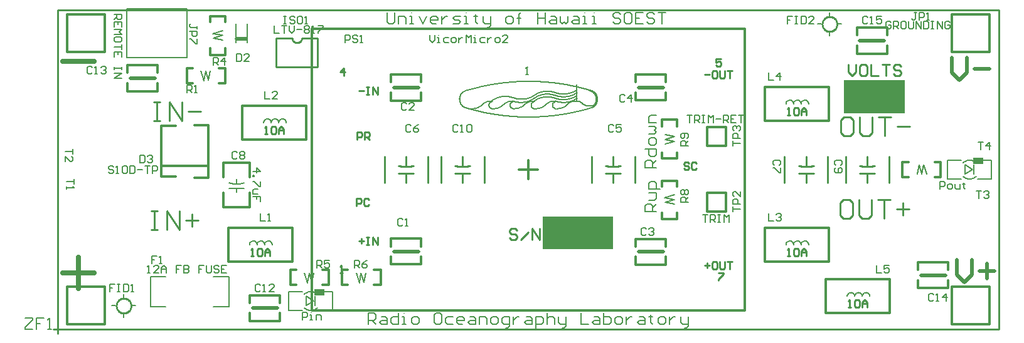
<source format=gto>
*%FSLAX24Y24*%
*%MOIN*%
G01*
%ADD11C,0.0000*%
%ADD12C,0.0050*%
%ADD13C,0.0060*%
%ADD14C,0.0073*%
%ADD15C,0.0080*%
%ADD16C,0.0098*%
%ADD17C,0.0100*%
%ADD18C,0.0120*%
%ADD19C,0.0160*%
%ADD20C,0.0200*%
%ADD21C,0.0200*%
%ADD22C,0.0240*%
%ADD23C,0.0250*%
%ADD24C,0.0300*%
%ADD25C,0.0300*%
%ADD26C,0.0340*%
%ADD27C,0.0380*%
%ADD28C,0.0394*%
%ADD29C,0.0400*%
%ADD30C,0.0400*%
%ADD31C,0.0430*%
%ADD32C,0.0434*%
%ADD33C,0.0440*%
%ADD34C,0.0450*%
%ADD35C,0.0500*%
%ADD36C,0.0500*%
%ADD37C,0.0560*%
%ADD38C,0.0580*%
%ADD39C,0.0600*%
%ADD40C,0.0630*%
%ADD41C,0.0670*%
%ADD42C,0.0750*%
%ADD43C,0.0760*%
%ADD44C,0.0790*%
%ADD45O,0.0800X0.0600*%
%ADD46C,0.0800*%
%ADD47C,0.0800*%
%ADD48C,0.0827*%
%ADD49O,0.0840X0.0640*%
%ADD50C,0.0840*%
%ADD51C,0.0870*%
%ADD52C,0.0900*%
%ADD53C,0.1100*%
%ADD54C,0.1300*%
%ADD55C,0.1500*%
%ADD56C,0.2000*%
%ADD57C,0.2040*%
%ADD58C,0.2300*%
%ADD59C,0.2500*%
%ADD60R,0.0100X0.0100*%
%ADD61R,0.0200X0.0200*%
%ADD62R,0.0300X0.0300*%
%ADD63R,0.0500X0.0400*%
%ADD64R,0.0500X0.0500*%
%ADD65R,0.0500X0.0500*%
%ADD66R,0.0540X0.0440*%
%ADD67R,0.0550X0.0350*%
%ADD68R,0.0600X0.0600*%
%ADD69R,0.0640X0.0640*%
%ADD70R,0.0700X0.0700*%
%ADD71R,0.0700X0.0700*%
%ADD72R,0.0740X0.0740*%
%ADD73R,0.0740X0.1420*%
%ADD74R,0.0750X0.1460*%
%ADD75R,0.0800X0.0800*%
%ADD76R,0.0800X0.1476*%
%ADD77R,0.0840X0.0840*%
%ADD78R,0.0840X0.1516*%
%ADD79R,0.0960X0.0540*%
%ADD80R,0.1000X0.0600*%
%ADD81R,0.1000X0.1000*%
%ADD82R,0.1040X0.0640*%
%ADD83R,0.1040X0.1040*%
%ADD84R,0.1100X0.1100*%
%ADD85R,0.1200X0.1200*%
%ADD86R,0.1200X0.1200*%
%ADD87R,0.1250X0.1250*%
%ADD88R,0.1250X0.2500*%
%ADD89R,0.1290X0.1290*%
%ADD90R,0.1290X0.1290*%
%ADD91R,0.1300X0.0360*%
%ADD92R,0.1350X0.0400*%
%ADD93R,0.1390X0.0440*%
%ADD94R,0.1500X0.1500*%
%ADD95R,0.1700X0.1700*%
%ADD96R,0.1800X0.1800*%
%ADD97R,0.2000X0.0750*%
%ADD98R,0.2000X0.0940*%
%ADD99R,0.2000X0.0950*%
%ADD100R,0.2000X0.1800*%
%ADD101R,0.2000X0.2000*%
%ADD102R,0.2000X0.2000*%
%ADD103R,0.2040X0.0790*%
%ADD104R,0.2040X0.2040*%
%ADD105R,0.2100X0.2100*%
%ADD106R,0.2200X0.2200*%
%ADD107R,0.2400X0.2400*%
%ADD108R,0.2500X0.0150*%
%ADD109R,0.2500X0.1000*%
%ADD110R,0.2500X0.2500*%
D12*
X41029Y21561D02*
X41053Y21584D01*
X41079Y21605D01*
X41106Y21625D01*
X41135Y21643D01*
X41164Y21658D01*
X41194Y21672D01*
X41226Y21684D01*
X41258Y21694D01*
X41290Y21701D01*
X41323Y21707D01*
X41357Y21710D01*
X41390Y21711D01*
X41713Y21692D02*
X41734Y21668D01*
X41756Y21644D01*
X41779Y21622D01*
X41803Y21601D01*
X41829Y21581D01*
X41855Y21562D01*
X41883Y21545D01*
X41911Y21529D01*
X41940Y21515D01*
X41969Y21502D01*
X41999Y21491D01*
X42030Y21481D01*
X42061Y21473D01*
X42093Y21466D01*
X42125Y21461D01*
X42157Y21457D01*
X42189Y21455D01*
X42221Y21455D01*
X42253Y21456D01*
X42286Y21459D01*
X42317Y21464D01*
X42349Y21470D01*
X42380Y21478D01*
X42411Y21487D01*
X42442Y21498D01*
X42471Y21511D01*
X42501Y21525D01*
X39269Y21884D02*
X39242Y21865D01*
X39213Y21846D01*
X39185Y21828D01*
X39156Y21810D01*
X39126Y21794D01*
X39096Y21778D01*
X39065Y21764D01*
X39034Y21750D01*
X39003Y21736D01*
X38971Y21724D01*
X38940Y21713D01*
X38907Y21702D01*
X38875Y21693D01*
X38842Y21684D01*
X38809Y21676D01*
X38776Y21669D01*
X38742Y21663D01*
X38709Y21658D01*
X38675Y21653D01*
X38641Y21650D01*
X38608Y21648D01*
X38574Y21646D01*
X38540Y21646D01*
X38506Y21646D01*
X38472Y21647D01*
X38438Y21649D01*
X38404Y21652D01*
X38371Y21656D01*
X38337Y21661D01*
X38304Y21667D01*
X38270Y21674D01*
X38237Y21681D01*
X38205Y21690D01*
X38172Y21699D01*
X38140Y21710D01*
X38108Y21721D01*
X39226Y22006D02*
X39253Y22025D01*
X39282Y22044D01*
X39310Y22062D01*
X39339Y22080D01*
X39369Y22096D01*
X39399Y22112D01*
X39430Y22126D01*
X39461Y22140D01*
X39492Y22154D01*
X39524Y22166D01*
X39555Y22177D01*
X39588Y22188D01*
X39620Y22197D01*
X39653Y22206D01*
X39686Y22214D01*
X39719Y22221D01*
X39753Y22227D01*
X39786Y22232D01*
X39820Y22237D01*
X39854Y22240D01*
X39887Y22242D01*
X39921Y22244D01*
X39955Y22244D01*
X39989Y22244D01*
X40023Y22243D01*
X40057Y22241D01*
X40091Y22238D01*
X40124Y22234D01*
X40158Y22229D01*
X40191Y22223D01*
X40225Y22216D01*
X40258Y22209D01*
X40290Y22200D01*
X40323Y22191D01*
X40355Y22180D01*
X40387Y22169D01*
Y22019D02*
X40355Y22030D01*
X40323Y22041D01*
X40290Y22050D01*
X40258Y22059D01*
X40225Y22066D01*
X40191Y22073D01*
X40158Y22079D01*
X40124Y22084D01*
X40091Y22088D01*
X40057Y22091D01*
X40023Y22093D01*
X39989Y22094D01*
X39955Y22094D01*
X39921Y22094D01*
X39887Y22092D01*
X39854Y22090D01*
X39820Y22087D01*
X39786Y22082D01*
X39753Y22077D01*
X39719Y22071D01*
X39686Y22064D01*
X39653Y22056D01*
X39620Y22047D01*
X39588Y22038D01*
X39555Y22027D01*
X39524Y22016D01*
X39492Y22004D01*
X39461Y21990D01*
X39430Y21976D01*
X39399Y21962D01*
X39369Y21946D01*
X39339Y21930D01*
X39310Y21912D01*
X39282Y21894D01*
X39253Y21875D01*
X39226Y21856D01*
Y21706D02*
X39253Y21725D01*
X39282Y21744D01*
X39310Y21762D01*
X39339Y21780D01*
X39369Y21796D01*
X39399Y21812D01*
X39430Y21826D01*
X39461Y21840D01*
X39492Y21854D01*
X39524Y21866D01*
X39555Y21877D01*
X39588Y21888D01*
X39620Y21897D01*
X39653Y21906D01*
X39686Y21914D01*
X39719Y21921D01*
X39753Y21927D01*
X39786Y21932D01*
X39820Y21937D01*
X39854Y21940D01*
X39887Y21942D01*
X39921Y21944D01*
X39955Y21944D01*
X39989Y21944D01*
X40023Y21943D01*
X40057Y21941D01*
X40091Y21938D01*
X40124Y21934D01*
X40158Y21929D01*
X40191Y21923D01*
X40225Y21916D01*
X40258Y21909D01*
X40290Y21900D01*
X40323Y21891D01*
X40355Y21880D01*
X40387Y21869D01*
X40383Y21721D02*
X40415Y21710D01*
X40447Y21699D01*
X40480Y21690D01*
X40512Y21681D01*
X40545Y21674D01*
X40579Y21667D01*
X40612Y21661D01*
X40646Y21656D01*
X40679Y21652D01*
X40713Y21649D01*
X40747Y21647D01*
X40781Y21646D01*
X40815Y21646D01*
X40849Y21646D01*
X40883Y21648D01*
X40916Y21650D01*
X40950Y21653D01*
X40984Y21658D01*
X41017Y21663D01*
X41051Y21669D01*
X41084Y21676D01*
X41117Y21684D01*
X41150Y21693D01*
X41182Y21702D01*
X41215Y21713D01*
X41246Y21724D01*
X41278Y21736D01*
X41309Y21750D01*
X41340Y21764D01*
X41371Y21778D01*
X41401Y21794D01*
X41431Y21810D01*
X41460Y21828D01*
X41488Y21846D01*
X41517Y21865D01*
X41544Y21884D01*
Y22334D02*
X41517Y22315D01*
X41488Y22296D01*
X41460Y22278D01*
X41431Y22260D01*
X41401Y22244D01*
X41371Y22228D01*
X41340Y22214D01*
X41309Y22200D01*
X41278Y22186D01*
X41246Y22174D01*
X41215Y22163D01*
X41182Y22152D01*
X41150Y22143D01*
X41117Y22134D01*
X41084Y22126D01*
X41051Y22119D01*
X41017Y22113D01*
X40984Y22108D01*
X40950Y22103D01*
X40916Y22100D01*
X40883Y22098D01*
X40849Y22096D01*
X40815Y22096D01*
X40781Y22096D01*
X40747Y22097D01*
X40713Y22099D01*
X40679Y22102D01*
X40646Y22106D01*
X40612Y22111D01*
X40579Y22117D01*
X40545Y22124D01*
X40512Y22131D01*
X40480Y22140D01*
X40447Y22149D01*
X40415Y22160D01*
X40383Y22171D01*
Y22021D02*
X40415Y22010D01*
X40447Y21999D01*
X40480Y21990D01*
X40512Y21981D01*
X40545Y21974D01*
X40579Y21967D01*
X40612Y21961D01*
X40646Y21956D01*
X40679Y21952D01*
X40713Y21949D01*
X40747Y21947D01*
X40781Y21946D01*
X40815Y21946D01*
X40849Y21946D01*
X40883Y21948D01*
X40916Y21950D01*
X40950Y21953D01*
X40984Y21958D01*
X41017Y21963D01*
X41051Y21969D01*
X41084Y21976D01*
X41117Y21984D01*
X41150Y21993D01*
X41182Y22002D01*
X41215Y22013D01*
X41246Y22024D01*
X41278Y22036D01*
X41309Y22050D01*
X41340Y22064D01*
X41371Y22078D01*
X41401Y22094D01*
X41431Y22110D01*
X41460Y22128D01*
X41488Y22146D01*
X41517Y22165D01*
X41544Y22184D01*
Y22034D02*
X41517Y22015D01*
X41488Y21996D01*
X41460Y21978D01*
X41431Y21960D01*
X41401Y21944D01*
X41371Y21928D01*
X41340Y21914D01*
X41309Y21900D01*
X41278Y21886D01*
X41246Y21874D01*
X41215Y21863D01*
X41182Y21852D01*
X41150Y21843D01*
X41117Y21834D01*
X41084Y21826D01*
X41051Y21819D01*
X41017Y21813D01*
X40984Y21808D01*
X40950Y21803D01*
X40916Y21800D01*
X40883Y21798D01*
X40849Y21796D01*
X40815Y21796D01*
X40781Y21796D01*
X40747Y21797D01*
X40713Y21799D01*
X40679Y21802D01*
X40646Y21806D01*
X40612Y21811D01*
X40579Y21817D01*
X40545Y21824D01*
X40512Y21831D01*
X40480Y21840D01*
X40447Y21849D01*
X40415Y21860D01*
X40383Y21871D01*
X42228Y22277D02*
X42261Y22265D01*
X42292Y22251D01*
X42322Y22234D01*
X42351Y22216D01*
X42379Y22196D01*
X42405Y22173D01*
X42429Y22149D01*
X42452Y22123D01*
X42473Y22096D01*
X42491Y22067D01*
X42508Y22037D01*
X42522Y22006D01*
X42535Y21974D01*
X42545Y21941D01*
X42552Y21907D01*
X42557Y21874D01*
X42560Y21839D01*
X42560Y21805D01*
X42557Y21771D01*
X42553Y21737D01*
X42546Y21703D01*
X42536Y21670D01*
X42524Y21638D01*
X42510Y21607D01*
X42494Y21576D01*
X42475Y21547D01*
X42455Y21520D01*
X42432Y21494D01*
X42408Y21470D01*
X42382Y21447D01*
X41056Y21570D02*
X41032Y21547D01*
X41008Y21525D01*
X40983Y21503D01*
X40957Y21483D01*
X40931Y21464D01*
X40903Y21445D01*
X40875Y21428D01*
X40847Y21412D01*
X40817Y21397D01*
X40787Y21384D01*
X40757Y21371D01*
X40726Y21360D01*
X40695Y21349D01*
X40663Y21340D01*
X40631Y21333D01*
X40599Y21326D01*
X40566Y21321D01*
X40534Y21317D01*
X40501Y21315D01*
X40468Y21313D01*
X40435Y21313D01*
X40430Y21310D02*
X40397Y21313D01*
X40365Y21321D01*
X40335Y21335D01*
X40308Y21354D01*
X40284Y21378D01*
X40265Y21405D01*
X40251Y21435D01*
X40243Y21467D01*
X40240Y21500D01*
X40243Y21533D01*
X40251Y21565D01*
X40265Y21595D01*
X40284Y21622D01*
X40308Y21646D01*
X40335Y21665D01*
X40365Y21679D01*
X40397Y21687D01*
X40430Y21690D01*
X38170D02*
X38137Y21687D01*
X38105Y21679D01*
X38075Y21665D01*
X38048Y21646D01*
X38024Y21622D01*
X38005Y21595D01*
X37991Y21565D01*
X37983Y21533D01*
X37980Y21500D01*
X37983Y21467D01*
X37991Y21435D01*
X38005Y21405D01*
X38024Y21378D01*
X38048Y21354D01*
X38075Y21335D01*
X38105Y21321D01*
X38137Y21313D01*
X38170Y21310D01*
X38175Y21318D02*
X38208Y21318D01*
X38241Y21320D01*
X38274Y21322D01*
X38306Y21326D01*
X38339Y21331D01*
X38371Y21338D01*
X38403Y21345D01*
X38435Y21354D01*
X38466Y21365D01*
X38497Y21376D01*
X38527Y21389D01*
X38557Y21402D01*
X38587Y21417D01*
X38615Y21433D01*
X38643Y21450D01*
X38671Y21469D01*
X38697Y21488D01*
X38723Y21508D01*
X38748Y21530D01*
X38772Y21552D01*
X38796Y21575D01*
X38162Y21694D02*
X38128Y21702D01*
X38092Y21707D01*
X38057Y21710D01*
X38021Y21711D01*
X37985Y21709D01*
X37950Y21705D01*
X37915Y21698D01*
X37881Y21689D01*
X37847Y21677D01*
X37814Y21663D01*
X37782Y21647D01*
X37752Y21629D01*
X37722Y21608D01*
X37695Y21586D01*
X37669Y21561D01*
X37666Y21570D02*
X37642Y21547D01*
X37618Y21525D01*
X37593Y21503D01*
X37567Y21483D01*
X37541Y21464D01*
X37513Y21445D01*
X37485Y21428D01*
X37457Y21412D01*
X37427Y21397D01*
X37397Y21384D01*
X37367Y21371D01*
X37336Y21360D01*
X37305Y21349D01*
X37273Y21340D01*
X37241Y21333D01*
X37209Y21326D01*
X37176Y21321D01*
X37144Y21317D01*
X37111Y21315D01*
X37078Y21313D01*
X37045Y21313D01*
X37050Y21310D02*
X37017Y21313D01*
X36985Y21321D01*
X36955Y21335D01*
X36928Y21354D01*
X36904Y21378D01*
X36885Y21405D01*
X36871Y21435D01*
X36863Y21467D01*
X36860Y21500D01*
X36863Y21533D01*
X36871Y21565D01*
X36885Y21595D01*
X36904Y21622D01*
X36928Y21646D01*
X36955Y21665D01*
X36985Y21679D01*
X37017Y21687D01*
X37050Y21690D01*
X37037Y21694D02*
X37002Y21702D01*
X36967Y21707D01*
X36932Y21710D01*
X36896Y21711D01*
X36860Y21709D01*
X36825Y21705D01*
X36790Y21698D01*
X36756Y21689D01*
X36722Y21677D01*
X36689Y21663D01*
X36657Y21647D01*
X36627Y21629D01*
X36597Y21608D01*
X36570Y21586D01*
X36544Y21561D01*
X36541Y21570D02*
X36517Y21547D01*
X36493Y21525D01*
X36468Y21503D01*
X36442Y21483D01*
X36416Y21464D01*
X36388Y21445D01*
X36360Y21428D01*
X36332Y21412D01*
X36302Y21397D01*
X36272Y21384D01*
X36242Y21371D01*
X36211Y21360D01*
X36180Y21349D01*
X36148Y21340D01*
X36116Y21333D01*
X36084Y21326D01*
X36051Y21321D01*
X36019Y21317D01*
X35986Y21315D01*
X35953Y21313D01*
X35920Y21313D01*
X38794Y21561D02*
X38820Y21586D01*
X38847Y21608D01*
X38877Y21629D01*
X38907Y21647D01*
X38939Y21663D01*
X38972Y21677D01*
X39006Y21689D01*
X39040Y21698D01*
X39075Y21705D01*
X39110Y21709D01*
X39146Y21711D01*
X39182Y21710D01*
X39217Y21707D01*
X39252Y21702D01*
X39287Y21694D01*
X39295Y21690D02*
X39262Y21687D01*
X39230Y21679D01*
X39200Y21665D01*
X39173Y21646D01*
X39149Y21622D01*
X39130Y21595D01*
X39116Y21565D01*
X39108Y21533D01*
X39105Y21500D01*
X39108Y21467D01*
X39116Y21435D01*
X39130Y21405D01*
X39149Y21378D01*
X39173Y21354D01*
X39200Y21335D01*
X39230Y21321D01*
X39262Y21313D01*
X39295Y21310D01*
X39295Y21313D02*
X39328Y21313D01*
X39361Y21315D01*
X39394Y21317D01*
X39426Y21321D01*
X39459Y21326D01*
X39491Y21333D01*
X39523Y21340D01*
X39555Y21349D01*
X39586Y21360D01*
X39617Y21371D01*
X39647Y21384D01*
X39677Y21397D01*
X39707Y21412D01*
X39735Y21428D01*
X39763Y21445D01*
X39791Y21464D01*
X39817Y21483D01*
X39843Y21503D01*
X39868Y21525D01*
X39892Y21547D01*
X39916Y21570D01*
X39919Y21561D02*
X39945Y21586D01*
X39972Y21608D01*
X40002Y21629D01*
X40032Y21647D01*
X40064Y21663D01*
X40097Y21677D01*
X40131Y21689D01*
X40165Y21698D01*
X40200Y21705D01*
X40235Y21709D01*
X40271Y21711D01*
X40307Y21710D01*
X40342Y21707D01*
X40378Y21702D01*
X40412Y21694D01*
X39314Y22059D02*
X39287Y22040D01*
X39258Y22021D01*
X39230Y22003D01*
X39201Y21985D01*
X39171Y21969D01*
X39141Y21953D01*
X39110Y21939D01*
X39079Y21925D01*
X39048Y21911D01*
X39016Y21899D01*
X38985Y21888D01*
X38952Y21877D01*
X38920Y21868D01*
X38887Y21859D01*
X38854Y21851D01*
X38821Y21844D01*
X38787Y21838D01*
X38754Y21833D01*
X38720Y21828D01*
X38686Y21825D01*
X38653Y21823D01*
X38619Y21821D01*
X38585Y21821D01*
X38551Y21821D01*
X38517Y21822D01*
X38483Y21824D01*
X38449Y21827D01*
X38416Y21831D01*
X38382Y21836D01*
X38349Y21842D01*
X38315Y21849D01*
X38282Y21856D01*
X38250Y21865D01*
X38217Y21874D01*
X38185Y21885D01*
X38153Y21896D01*
X38157Y21894D02*
X38125Y21905D01*
X38093Y21916D01*
X38060Y21925D01*
X38028Y21934D01*
X37995Y21941D01*
X37961Y21948D01*
X37928Y21954D01*
X37894Y21959D01*
X37861Y21963D01*
X37827Y21966D01*
X37793Y21968D01*
X37759Y21969D01*
X37725Y21969D01*
X37691Y21969D01*
X37657Y21967D01*
X37624Y21965D01*
X37590Y21962D01*
X37556Y21957D01*
X37523Y21952D01*
X37489Y21946D01*
X37456Y21939D01*
X37423Y21931D01*
X37390Y21922D01*
X37358Y21913D01*
X37325Y21902D01*
X37294Y21891D01*
X37262Y21879D01*
X37231Y21865D01*
X37200Y21851D01*
X37169Y21837D01*
X37139Y21821D01*
X37109Y21805D01*
X37080Y21787D01*
X37052Y21769D01*
X37023Y21750D01*
X36996Y21731D01*
X41530Y21695D02*
Y22590D01*
X41385Y21695D02*
X41710D01*
D13*
X62860Y19520D02*
X63127D01*
X62993D01*
Y19120D01*
X63460D02*
Y19520D01*
X63260Y19320D01*
X63526D01*
X58227Y25903D02*
X58160Y25970D01*
X58027D01*
X57960Y25903D01*
Y25637D01*
X58027Y25570D01*
X58160D01*
X58227Y25637D01*
Y25770D01*
X58093D01*
X58360Y25570D02*
Y25970D01*
X58560D01*
X58626Y25903D01*
Y25770D01*
X58560Y25703D01*
X58360D01*
X58493D02*
X58626Y25570D01*
X58826Y25970D02*
X58960D01*
X58826D02*
X58760Y25903D01*
Y25637D01*
X58826Y25570D01*
X58960D01*
X59026Y25637D01*
Y25903D01*
X58960Y25970D01*
X59160D02*
Y25637D01*
X59226Y25570D01*
X59360D01*
X59426Y25637D01*
Y25970D01*
X59559D02*
Y25570D01*
X59826D02*
X59559Y25970D01*
X59826D02*
Y25570D01*
X59959D02*
Y25970D01*
Y25570D02*
X60159D01*
X60226Y25637D01*
Y25903D01*
X60159Y25970D01*
X59959D01*
X60359D02*
X60493D01*
X60426D01*
Y25570D01*
X60359D01*
X60493D01*
X60692D02*
Y25970D01*
X60959Y25570D01*
Y25970D01*
X61292D02*
X61359Y25903D01*
X61292Y25970D02*
X61159D01*
X61092Y25903D01*
Y25637D01*
X61159Y25570D01*
X61292D01*
X61359Y25637D01*
Y25770D01*
X61226D01*
X59577Y26420D02*
X59443D01*
X59510D01*
Y26087D01*
X59443Y26020D01*
X59377D01*
X59310Y26087D01*
X59710Y26020D02*
Y26420D01*
X59910D01*
X59976Y26353D01*
Y26220D01*
X59910Y26153D01*
X59710D01*
X60110Y26020D02*
X60243D01*
X60176D01*
Y26420D01*
X60177D01*
X60176D02*
X60110Y26353D01*
X56977Y26153D02*
X56910Y26220D01*
X56777D01*
X56710Y26153D01*
Y25887D01*
X56777Y25820D01*
X56910D01*
X56977Y25887D01*
X57110Y25820D02*
X57243D01*
X57177D01*
Y26220D01*
X57178D01*
X57177D02*
X57110Y26153D01*
X57443Y26220D02*
X57710D01*
X57443D02*
Y26020D01*
X57576Y26087D01*
X57643D01*
X57710Y26020D01*
Y25887D01*
X57643Y25820D01*
X57510D01*
X57443Y25887D01*
X52977Y26220D02*
X52710D01*
Y26020D01*
X52843D01*
X52710D01*
Y25820D01*
X53110Y26220D02*
X53243D01*
X53177D01*
Y25820D01*
X53110D01*
X53243D01*
X53443D02*
Y26220D01*
Y25820D02*
X53643D01*
X53710Y25887D01*
Y26153D01*
X53643Y26220D01*
X53443D01*
X53843Y25820D02*
X54110D01*
X53843D02*
X54110Y26087D01*
Y26153D01*
X54043Y26220D01*
X53910D01*
X53843Y26153D01*
X43477Y20403D02*
X43410Y20470D01*
X43277D01*
X43210Y20403D01*
Y20137D01*
X43277Y20070D01*
X43410D01*
X43477Y20137D01*
X43610Y20470D02*
X43876D01*
X43610D02*
Y20270D01*
X43743Y20337D01*
X43810D01*
X43876Y20270D01*
Y20137D01*
X43810Y20070D01*
X43677D01*
X43610Y20137D01*
X45160Y14970D02*
X45227Y14903D01*
X45160Y14970D02*
X45027D01*
X44960Y14903D01*
Y14637D01*
X45027Y14570D01*
X45160D01*
X45227Y14637D01*
X45360Y14903D02*
X45427Y14970D01*
X45560D01*
X45626Y14903D01*
Y14837D01*
X45627D01*
X45626D02*
X45627D01*
X45626D02*
X45627D01*
X45626D02*
X45560Y14770D01*
X45493D01*
X45560D01*
X45626Y14703D01*
Y14637D01*
X45560Y14570D01*
X45427D01*
X45360Y14637D01*
X51710Y15320D02*
Y15720D01*
Y15320D02*
X51977D01*
X52110Y15653D02*
X52177Y15720D01*
X52310D01*
X52376Y15653D01*
Y15587D01*
X52377D01*
X52376D02*
X52377D01*
X52376D02*
X52377D01*
X52376D02*
X52310Y15520D01*
X52243D01*
X52310D01*
X52376Y15453D01*
Y15387D01*
X52310Y15320D01*
X52177D01*
X52110Y15387D01*
X57460Y12970D02*
Y12570D01*
X57727D01*
X57860Y12970D02*
X58126D01*
X57860D02*
Y12770D01*
X57993Y12837D01*
X58060D01*
X58126Y12770D01*
Y12637D01*
X58060Y12570D01*
X57927D01*
X57860Y12637D01*
X60410Y11470D02*
X60477Y11403D01*
X60410Y11470D02*
X60277D01*
X60210Y11403D01*
Y11137D01*
X60277Y11070D01*
X60410D01*
X60477Y11137D01*
X60610Y11070D02*
X60743D01*
X60677D01*
Y11470D01*
X60678D01*
X60677D02*
X60610Y11403D01*
X61143Y11470D02*
Y11070D01*
X60943Y11270D02*
X61143Y11470D01*
X61210Y11270D02*
X60943D01*
X62760Y16920D02*
X63027D01*
X62893D01*
Y16520D01*
X63160Y16853D02*
X63227Y16920D01*
X63360D01*
X63426Y16853D01*
Y16787D01*
X63427D01*
X63426D02*
X63427D01*
X63426D02*
X63427D01*
X63426D02*
X63360Y16720D01*
X63293D01*
X63360D01*
X63426Y16653D01*
Y16587D01*
X63360Y16520D01*
X63227D01*
X63160Y16587D01*
X60810Y17020D02*
Y17420D01*
X61010D01*
X61077Y17353D01*
Y17220D01*
X61010Y17153D01*
X60810D01*
X61277Y17020D02*
X61410D01*
X61476Y17087D01*
Y17220D01*
X61410Y17287D01*
X61277D01*
X61210Y17220D01*
Y17087D01*
X61277Y17020D01*
X61610Y17087D02*
Y17287D01*
Y17087D02*
X61676Y17020D01*
X61876D01*
Y17287D01*
X62076D02*
Y17353D01*
Y17287D02*
X62010D01*
X62143D01*
X62076D01*
Y17087D01*
X62143Y17020D01*
X55610Y18370D02*
X55543Y18303D01*
X55610Y18370D02*
Y18503D01*
X55543Y18570D01*
X55277D01*
X55210Y18503D01*
Y18370D01*
X55277Y18303D01*
Y18170D02*
X55210Y18103D01*
Y17970D01*
X55277Y17904D01*
X55543D01*
X55610Y17970D01*
Y18103D01*
X55543Y18170D01*
X55477D01*
X55410Y18103D01*
Y17904D01*
X52360Y18370D02*
X52293Y18303D01*
X52360Y18370D02*
Y18503D01*
X52293Y18570D01*
X52027D01*
X51960Y18503D01*
Y18370D01*
X52027Y18303D01*
X52360Y18170D02*
Y17904D01*
X52293D01*
X52027Y18170D01*
X51960D01*
X51710Y22820D02*
Y23220D01*
Y22820D02*
X51977D01*
X52310D02*
Y23220D01*
X52110Y23020D01*
X52376D01*
X47667Y20980D02*
X47400D01*
X47534D02*
X47667D01*
X47534D02*
Y20580D01*
X47800D02*
Y20980D01*
X48000D01*
X48067Y20913D01*
Y20780D01*
X48000Y20713D01*
X47800D01*
X47934D02*
X48067Y20580D01*
X48200Y20980D02*
X48334D01*
X48267D01*
Y20580D01*
X48200D01*
X48334D01*
X48533D02*
Y20980D01*
X48667Y20847D01*
X48800Y20980D01*
Y20580D01*
X48933Y20780D02*
X49200D01*
X49333Y20580D02*
Y20980D01*
X49533D01*
X49600Y20913D01*
Y20780D01*
X49533Y20713D01*
X49333D01*
X49466D02*
X49600Y20580D01*
X49733Y20980D02*
X50000D01*
X49733D02*
Y20580D01*
X50000D01*
X49866Y20780D02*
X49733D01*
X50133Y20980D02*
X50400D01*
X50266D01*
Y20580D01*
X49810Y19587D02*
Y19320D01*
Y19453D02*
Y19587D01*
Y19453D02*
X50210D01*
Y19720D02*
X49810D01*
Y19920D01*
X49877Y19986D01*
X50010D01*
X50077Y19920D01*
Y19720D01*
X49877Y20120D02*
X49810Y20186D01*
Y20320D01*
X49877Y20386D01*
X49943D01*
X49944D01*
X49943D02*
X49944D01*
X49943D02*
X49944D01*
X49943D02*
X50010Y20320D01*
Y20253D01*
Y20320D01*
X50077Y20386D01*
X50143D01*
X50210Y20320D01*
Y20186D01*
X50143Y20120D01*
X48477Y15670D02*
X48210D01*
X48343D02*
X48477D01*
X48343D02*
Y15270D01*
X48610D02*
Y15670D01*
X48810D01*
X48876Y15603D01*
Y15470D01*
X48810Y15403D01*
X48610D01*
X48743D02*
X48876Y15270D01*
X49010Y15670D02*
X49143D01*
X49076D01*
Y15270D01*
X49010D01*
X49143D01*
X49343D02*
Y15670D01*
X49476Y15537D01*
X49610Y15670D01*
Y15270D01*
X49810Y15820D02*
Y16087D01*
Y15953D01*
X50210D01*
Y16220D02*
X49810D01*
Y16420D01*
X49877Y16486D01*
X50010D01*
X50077Y16420D01*
Y16220D01*
X50210Y16620D02*
Y16886D01*
Y16620D02*
X49943Y16886D01*
X49877D01*
X49810Y16820D01*
Y16686D01*
X49877Y16620D01*
X47460Y16320D02*
X47060D01*
Y16520D01*
X47127Y16587D01*
X47260D01*
X47327Y16520D01*
Y16320D01*
Y16453D02*
X47460Y16587D01*
X47127Y16720D02*
X47060Y16787D01*
Y16920D01*
X47127Y16986D01*
X47193D01*
X47260Y16920D01*
X47327Y16986D01*
X47393D01*
X47460Y16920D01*
Y16787D01*
X47393Y16720D01*
X47327D01*
X47260Y16787D01*
X47193Y16720D01*
X47127D01*
X47260Y16787D02*
Y16920D01*
X47460Y19320D02*
X47060D01*
Y19520D01*
X47127Y19587D01*
X47260D01*
X47327Y19520D01*
Y19320D01*
Y19453D02*
X47460Y19587D01*
X47393Y19720D02*
X47460Y19787D01*
Y19920D01*
X47393Y19986D01*
X47127D01*
X47060Y19920D01*
Y19787D01*
X47127Y19720D01*
X47193D01*
X47260Y19787D01*
Y19986D01*
X44077Y22003D02*
X44010Y22070D01*
X43877D01*
X43810Y22003D01*
Y21737D01*
X43877Y21670D01*
X44010D01*
X44077Y21737D01*
X44410Y21670D02*
Y22070D01*
X44210Y21870D01*
X44476D01*
X14760Y19170D02*
Y18903D01*
Y19037D01*
X14360D01*
Y18770D02*
Y18504D01*
Y18770D02*
X14627Y18504D01*
X14693D01*
X14760Y18570D01*
Y18703D01*
X14693Y18770D01*
X14810Y17570D02*
Y17303D01*
Y17437D01*
X14410D01*
Y17170D02*
Y17037D01*
Y17103D01*
X14810D01*
X14811D01*
X14810D02*
X14743Y17170D01*
X24710Y15720D02*
Y15320D01*
X24977D01*
X25110D02*
X25243D01*
X25177D01*
Y15720D01*
X25178D01*
X25177D02*
X25110Y15653D01*
X24710Y17970D02*
X24310D01*
X24510Y18170D02*
X24710Y17970D01*
X24510Y17903D02*
Y18170D01*
X24377Y17770D02*
X24310D01*
X24377D02*
Y17703D01*
X24310D01*
Y17770D01*
X24710Y17437D02*
Y17170D01*
X24643D01*
X24377Y17437D01*
X24310D01*
X24377Y17037D02*
X24577D01*
X24377D02*
X24310Y16970D01*
Y16770D01*
X24577D01*
X24710Y16637D02*
Y16371D01*
Y16637D02*
X24510D01*
Y16504D01*
Y16637D01*
X24310D01*
X23477Y18953D02*
X23410Y19020D01*
X23277D01*
X23210Y18953D01*
Y18687D01*
X23277Y18620D01*
X23410D01*
X23477Y18687D01*
X23610Y18953D02*
X23677Y19020D01*
X23810D01*
X23876Y18953D01*
Y18887D01*
X23810Y18820D01*
X23876Y18753D01*
Y18687D01*
X23810Y18620D01*
X23677D01*
X23610Y18687D01*
Y18753D01*
X23677Y18820D01*
X23610Y18887D01*
Y18953D01*
X23677Y18820D02*
X23810D01*
X16927Y18203D02*
X16860Y18270D01*
X16727D01*
X16660Y18203D01*
Y18137D01*
X16727Y18070D01*
X16860D01*
X16927Y18003D01*
Y17937D01*
X16860Y17870D01*
X16727D01*
X16660Y17937D01*
X17060Y17870D02*
X17193D01*
X17127D01*
Y18270D01*
X17128D01*
X17127D02*
X17060Y18203D01*
X17393D02*
X17460Y18270D01*
X17593D01*
X17660Y18203D01*
Y17937D01*
X17593Y17870D01*
X17460D01*
X17393Y17937D01*
Y18203D01*
X17793Y18270D02*
Y17870D01*
X17993D01*
X18060Y17937D01*
Y18203D01*
X17993Y18270D01*
X17793D01*
X18193Y18070D02*
X18459D01*
X18593Y18270D02*
X18859D01*
X18726D01*
Y17870D01*
X18993D02*
Y18270D01*
X19193D01*
X19259Y18203D01*
Y18070D01*
X19193Y18003D01*
X18993D01*
X18310Y18420D02*
Y18820D01*
Y18420D02*
X18510D01*
X18577Y18487D01*
Y18753D01*
X18510Y18820D01*
X18310D01*
X18710Y18753D02*
X18777Y18820D01*
X18910D01*
X18976Y18753D01*
Y18687D01*
X18977D01*
X18976D02*
X18977D01*
X18976D02*
X18977D01*
X18976D02*
X18910Y18620D01*
X18843D01*
X18910D01*
X18976Y18553D01*
Y18487D01*
X18910Y18420D01*
X18777D01*
X18710Y18487D01*
X20810Y22170D02*
Y22570D01*
X21010D01*
X21077Y22503D01*
Y22370D01*
X21010Y22303D01*
X20810D01*
X20943D02*
X21077Y22170D01*
X21210D02*
X21343D01*
X21277D01*
Y22570D01*
X21278D01*
X21277D02*
X21210Y22503D01*
X15777Y23503D02*
X15710Y23570D01*
X15577D01*
X15510Y23503D01*
Y23237D01*
X15577Y23170D01*
X15710D01*
X15777Y23237D01*
X15910Y23170D02*
X16043D01*
X15977D01*
Y23570D01*
X15978D01*
X15977D02*
X15910Y23503D01*
X16243D02*
X16310Y23570D01*
X16443D01*
X16510Y23503D01*
Y23437D01*
X16511D01*
X16510D02*
X16511D01*
X16510D02*
X16511D01*
X16510D02*
X16443Y23370D01*
X16376D01*
X16443D01*
X16510Y23303D01*
Y23237D01*
X16443Y23170D01*
X16310D01*
X16243Y23237D01*
X16960Y26320D02*
X17360D01*
Y26120D01*
X17293Y26053D01*
X17160D01*
X17093Y26120D01*
Y26320D01*
Y26187D02*
X16960Y26053D01*
X17360Y25920D02*
Y25654D01*
Y25920D02*
X16960D01*
Y25654D01*
X17160Y25787D02*
Y25920D01*
X16960Y25520D02*
X17360D01*
X17227Y25387D01*
X17360Y25254D01*
X16960D01*
X17360Y25054D02*
Y24920D01*
Y25054D02*
X17293Y25120D01*
X17027D01*
X16960Y25054D01*
Y24920D01*
X17027Y24854D01*
X17293D01*
X17360Y24920D01*
Y24721D02*
Y24454D01*
Y24587D01*
X16960D01*
X17360Y24321D02*
Y24054D01*
Y24321D02*
X16960D01*
Y24054D01*
X17160Y24187D02*
Y24321D01*
X17360Y23521D02*
Y23388D01*
Y23454D01*
X16960D01*
Y23521D01*
Y23388D01*
Y23188D02*
X17360D01*
X16960Y22921D01*
X17360D01*
X21360Y25553D02*
Y25687D01*
Y25620D01*
X21027D01*
X20960Y25687D01*
Y25753D01*
X21027Y25820D01*
X20960Y25420D02*
X21360D01*
Y25220D01*
X21293Y25154D01*
X21160D01*
X21093Y25220D01*
Y25420D01*
X21360Y25020D02*
Y24754D01*
X21293D01*
X21027Y25020D01*
X20960D01*
X22210Y24020D02*
Y23620D01*
Y24020D02*
X22410D01*
X22477Y23953D01*
Y23820D01*
X22410Y23753D01*
X22210D01*
X22343D02*
X22477Y23620D01*
X22810D02*
Y24020D01*
X22610Y23820D01*
X22876D01*
X23460Y23820D02*
Y24220D01*
Y23820D02*
X23660D01*
X23727Y23887D01*
Y24153D01*
X23660Y24220D01*
X23460D01*
X23860Y23820D02*
X24126D01*
X23860D02*
X24126Y24087D01*
Y24153D01*
X24060Y24220D01*
X23927D01*
X23860Y24153D01*
X25460Y25320D02*
Y25720D01*
Y25320D02*
X25727D01*
X25860Y25720D02*
X26126D01*
X25993D01*
Y25320D01*
X26260Y25453D02*
Y25720D01*
Y25453D02*
X26393Y25320D01*
X26526Y25453D01*
Y25720D01*
X26660Y25520D02*
X26926D01*
X27059Y25653D02*
X27126Y25720D01*
X27259D01*
X27326Y25653D01*
Y25587D01*
X27259Y25520D01*
X27326Y25453D01*
Y25387D01*
X27259Y25320D01*
X27126D01*
X27059Y25387D01*
Y25453D01*
X27126Y25520D01*
X27059Y25587D01*
Y25653D01*
X27126Y25520D02*
X27259D01*
X27459Y25320D02*
X27593D01*
X27526D01*
Y25720D01*
X27527D01*
X27526D02*
X27459Y25653D01*
X27793Y25720D02*
X28059D01*
Y25653D01*
X27793Y25387D01*
Y25320D01*
X26093Y26220D02*
X25960D01*
X26027D02*
X26093D01*
X26027D02*
Y25820D01*
X25960D01*
X26093D01*
X26493Y26220D02*
X26560Y26153D01*
X26493Y26220D02*
X26360D01*
X26293Y26153D01*
Y26087D01*
X26360Y26020D01*
X26493D01*
X26560Y25953D01*
Y25887D01*
X26493Y25820D01*
X26360D01*
X26293Y25887D01*
X26760Y26220D02*
X26893D01*
X26760D02*
X26693Y26153D01*
Y25887D01*
X26760Y25820D01*
X26893D01*
X26960Y25887D01*
Y26153D01*
X26893Y26220D01*
X27093Y25820D02*
X27226D01*
X27160D01*
Y26220D01*
X27161D01*
X27160D02*
X27093Y26153D01*
X24960Y22220D02*
Y21820D01*
X25227D01*
X25360D02*
X25626D01*
X25360D02*
X25626Y22087D01*
Y22153D01*
X25560Y22220D01*
X25427D01*
X25360Y22153D01*
X32410Y21620D02*
X32477Y21553D01*
X32410Y21620D02*
X32277D01*
X32210Y21553D01*
Y21287D01*
X32277Y21220D01*
X32410D01*
X32477Y21287D01*
X32610Y21220D02*
X32876D01*
X32610D02*
X32876Y21487D01*
Y21553D01*
X32810Y21620D01*
X32677D01*
X32610Y21553D01*
X38833Y23144D02*
X38967D01*
X38900D01*
Y23544D01*
X38901D01*
X38900D02*
X38833Y23478D01*
X33710Y24953D02*
Y25220D01*
Y24953D02*
X33843Y24820D01*
X33977Y24953D01*
Y25220D01*
X34110Y24820D02*
X34243D01*
X34177D01*
Y25087D01*
X34110D01*
X34177Y25220D02*
X34178D01*
X34510Y25087D02*
X34710D01*
X34510D02*
X34443Y25020D01*
Y24887D01*
X34510Y24820D01*
X34710D01*
X34910D02*
X35043D01*
X35110Y24887D01*
Y25020D01*
X35043Y25087D01*
X34910D01*
X34843Y25020D01*
Y24887D01*
X34910Y24820D01*
X35243D02*
Y25087D01*
Y24953D02*
Y24820D01*
Y24953D02*
X35309Y25020D01*
X35376Y25087D01*
X35443D01*
X35643Y25220D02*
Y24820D01*
X35776Y25087D02*
X35643Y25220D01*
X35776Y25087D02*
X35909Y25220D01*
Y24820D01*
X36043D02*
X36176D01*
X36109D01*
Y25087D01*
X36043D01*
X36109Y25220D02*
X36110D01*
X36442Y25087D02*
X36642D01*
X36442D02*
X36376Y25020D01*
Y24887D01*
X36442Y24820D01*
X36642D01*
X36776D02*
Y25087D01*
Y24953D02*
Y24820D01*
Y24953D02*
X36842Y25020D01*
X36909Y25087D01*
X36976D01*
X37242Y24820D02*
X37375D01*
X37442Y24887D01*
Y25020D01*
X37375Y25087D01*
X37242D01*
X37176Y25020D01*
Y24887D01*
X37242Y24820D01*
X37575D02*
X37842D01*
X37575D02*
X37842Y25087D01*
Y25153D01*
X37775Y25220D01*
X37642D01*
X37575Y25153D01*
X29210Y25220D02*
Y24820D01*
Y25220D02*
X29410D01*
X29477Y25153D01*
Y25020D01*
X29410Y24953D01*
X29210D01*
X29810Y25220D02*
X29876Y25153D01*
X29810Y25220D02*
X29677D01*
X29610Y25153D01*
Y25087D01*
X29677Y25020D01*
X29810D01*
X29876Y24953D01*
Y24887D01*
X29810Y24820D01*
X29677D01*
X29610Y24887D01*
X30010Y24820D02*
X30143D01*
X30076D01*
Y25220D01*
X30077D01*
X30076D02*
X30010Y25153D01*
X35160Y20470D02*
X35227Y20403D01*
X35160Y20470D02*
X35027D01*
X34960Y20403D01*
Y20137D01*
X35027Y20070D01*
X35160D01*
X35227Y20137D01*
X35360Y20070D02*
X35493D01*
X35427D01*
Y20470D01*
X35428D01*
X35427D02*
X35360Y20403D01*
X35693D02*
X35760Y20470D01*
X35893D01*
X35960Y20403D01*
Y20137D01*
X35893Y20070D01*
X35760D01*
X35693Y20137D01*
Y20403D01*
X32727D02*
X32660Y20470D01*
X32527D01*
X32460Y20403D01*
Y20137D01*
X32527Y20070D01*
X32660D01*
X32727Y20137D01*
X32993Y20403D02*
X33126Y20470D01*
X32993Y20403D02*
X32860Y20270D01*
Y20137D01*
X32927Y20070D01*
X33060D01*
X33126Y20137D01*
Y20203D01*
X33060Y20270D01*
X32860D01*
X32210Y15470D02*
X32277Y15403D01*
X32210Y15470D02*
X32077D01*
X32010Y15403D01*
Y15137D01*
X32077Y15070D01*
X32210D01*
X32277Y15137D01*
X32410Y15070D02*
X32543D01*
X32477D01*
Y15470D01*
X32478D01*
X32477D02*
X32410Y15403D01*
X29710Y13220D02*
Y12820D01*
Y13220D02*
X29910D01*
X29977Y13153D01*
Y13020D01*
X29910Y12953D01*
X29710D01*
X29843D02*
X29977Y12820D01*
X30243Y13153D02*
X30376Y13220D01*
X30243Y13153D02*
X30110Y13020D01*
Y12887D01*
X30177Y12820D01*
X30310D01*
X30376Y12887D01*
Y12953D01*
X30310Y13020D01*
X30110D01*
X27710Y12820D02*
Y13220D01*
X27910D01*
X27977Y13153D01*
Y13020D01*
X27910Y12953D01*
X27710D01*
X27843D02*
X27977Y12820D01*
X28110Y13220D02*
X28376D01*
X28110D02*
Y13020D01*
X28243Y13087D01*
X28310D01*
X28376Y13020D01*
Y12887D01*
X28310Y12820D01*
X28177D01*
X28110Y12887D01*
X26960Y10470D02*
Y10070D01*
Y10470D02*
X27160D01*
X27227Y10403D01*
Y10270D01*
X27160Y10203D01*
X26960D01*
X27360Y10070D02*
X27493D01*
X27427D01*
Y10337D01*
X27360D01*
X27427Y10470D02*
X27428D01*
X27693Y10337D02*
Y10070D01*
Y10337D02*
X27893D01*
X27960Y10270D01*
Y10070D01*
X24727Y11903D02*
X24660Y11970D01*
X24527D01*
X24460Y11903D01*
Y11637D01*
X24527Y11570D01*
X24660D01*
X24727Y11637D01*
X24860Y11570D02*
X24993D01*
X24927D01*
Y11970D01*
X24928D01*
X24927D02*
X24860Y11903D01*
X25193Y11570D02*
X25460D01*
X25193D02*
X25460Y11837D01*
Y11903D01*
X25393Y11970D01*
X25260D01*
X25193Y11903D01*
X16977Y11970D02*
X16710D01*
Y11770D01*
X16843D01*
X16710D01*
Y11570D01*
X17110Y11970D02*
X17243D01*
X17177D01*
Y11570D01*
X17110D01*
X17243D01*
X17443D02*
Y11970D01*
Y11570D02*
X17643D01*
X17710Y11637D01*
Y11903D01*
X17643Y11970D01*
X17443D01*
X17843Y11570D02*
X17976D01*
X17910D01*
Y11970D01*
X17911D01*
X17910D02*
X17843Y11903D01*
X12610Y10170D02*
X12210D01*
X12610D02*
Y10070D01*
X12210Y9670D01*
Y9570D01*
X12610D01*
X12810Y10170D02*
X13210D01*
X12810D02*
Y9870D01*
X13010D01*
X12810D01*
Y9570D01*
X13410D02*
X13610D01*
X13510D01*
Y10170D01*
X13511D01*
X13510D02*
X13410Y10070D01*
D15*
X31460Y25920D02*
Y26420D01*
Y25920D02*
X31560Y25820D01*
X31760D01*
X31860Y25920D01*
Y26420D01*
X32060Y26220D02*
Y25820D01*
Y26220D02*
X32360D01*
X32460Y26120D01*
Y25820D01*
X32660D02*
X32860D01*
X32760D01*
Y26220D01*
X32660D01*
X32760Y26420D02*
X32761D01*
X33159Y26220D02*
X33359Y25820D01*
X33559Y26220D01*
X33859Y25820D02*
X34059D01*
X33859D02*
X33759Y25920D01*
Y26120D01*
X33859Y26220D01*
X34059D01*
X34159Y26120D01*
Y26020D01*
X33759D01*
X34359Y25820D02*
Y26220D01*
Y26020D02*
Y25820D01*
Y26020D02*
X34459Y26120D01*
X34559Y26220D01*
X34659D01*
X34959Y25820D02*
X35259D01*
X35359Y25920D01*
X35259Y26020D01*
X35059D01*
X34959Y26120D01*
X35059Y26220D01*
X35359D01*
X35559Y25820D02*
X35759D01*
X35659D01*
Y26220D01*
X35559D01*
X35659Y26420D02*
X35660D01*
X36158Y26320D02*
Y26220D01*
X36059D01*
X36258D01*
X36158D01*
Y25920D01*
X36258Y25820D01*
X36558Y25920D02*
Y26220D01*
Y25920D02*
X36658Y25820D01*
X36958D01*
Y25720D01*
X36858Y25620D01*
X36758D01*
X36958Y25820D02*
Y26220D01*
X37858Y25820D02*
X38058D01*
X38158Y25920D01*
Y26120D01*
X38058Y26220D01*
X37858D01*
X37758Y26120D01*
Y25920D01*
X37858Y25820D01*
X38458D02*
Y26320D01*
Y26120D01*
X38358D01*
X38558D01*
X38458D01*
Y26320D01*
X38558Y26420D01*
X39457D02*
Y25820D01*
Y26120D01*
X39857D01*
Y26420D01*
Y25820D01*
X40157Y26220D02*
X40357D01*
X40457Y26120D01*
Y25820D01*
X40157D01*
X40057Y25920D01*
X40157Y26020D01*
X40457D01*
X40657Y25920D02*
Y26220D01*
Y25920D02*
X40757Y25820D01*
X40857Y25920D01*
X40957Y25820D01*
X41057Y25920D01*
Y26220D01*
X41357D02*
X41557D01*
X41657Y26120D01*
Y25820D01*
X41357D01*
X41257Y25920D01*
X41357Y26020D01*
X41657D01*
X41857Y25820D02*
X42057D01*
X41957D01*
Y26220D01*
X41857D01*
X41957Y26420D02*
X41958D01*
X42356Y25820D02*
X42556D01*
X42456D01*
Y26220D01*
X42356D01*
X42456Y26420D02*
X42457D01*
X43756D02*
X43856Y26320D01*
X43756Y26420D02*
X43556D01*
X43456Y26320D01*
Y26220D01*
X43556Y26120D01*
X43756D01*
X43856Y26020D01*
Y25920D01*
X43756Y25820D01*
X43556D01*
X43456Y25920D01*
X44156Y26420D02*
X44356D01*
X44156D02*
X44056Y26320D01*
Y25920D01*
X44156Y25820D01*
X44356D01*
X44456Y25920D01*
Y26320D01*
X44356Y26420D01*
X44656D02*
X45056D01*
X44656D02*
Y25820D01*
X45056D01*
X44856Y26120D02*
X44656D01*
X45555Y26420D02*
X45655Y26320D01*
X45555Y26420D02*
X45355D01*
X45256Y26320D01*
Y26220D01*
X45355Y26120D01*
X45555D01*
X45655Y26020D01*
Y25920D01*
X45555Y25820D01*
X45355D01*
X45256Y25920D01*
X45855Y26420D02*
X46255D01*
X46055D01*
Y25820D01*
X30460Y10420D02*
Y9820D01*
Y10420D02*
X30760D01*
X30860Y10320D01*
Y10120D01*
X30760Y10020D01*
X30460D01*
X30660D02*
X30860Y9820D01*
X31160Y10220D02*
X31360D01*
X31460Y10120D01*
Y9820D01*
X31160D01*
X31060Y9920D01*
X31160Y10020D01*
X31460D01*
X32059Y9820D02*
Y10420D01*
Y9820D02*
X31760D01*
X31660Y9920D01*
Y10120D01*
X31760Y10220D01*
X32059D01*
X32259Y9820D02*
X32459D01*
X32359D01*
Y10220D01*
X32259D01*
X32359Y10420D02*
X32360D01*
X32859Y9820D02*
X33059D01*
X33159Y9920D01*
Y10120D01*
X33059Y10220D01*
X32859D01*
X32759Y10120D01*
Y9920D01*
X32859Y9820D01*
X34059Y10420D02*
X34259D01*
X34059D02*
X33959Y10320D01*
Y9920D01*
X34059Y9820D01*
X34259D01*
X34359Y9920D01*
Y10320D01*
X34259Y10420D01*
X34659Y10220D02*
X34959D01*
X34659D02*
X34559Y10120D01*
Y9920D01*
X34659Y9820D01*
X34959D01*
X35258D02*
X35458D01*
X35258D02*
X35158Y9920D01*
Y10120D01*
X35258Y10220D01*
X35458D01*
X35558Y10120D01*
Y10020D01*
X35158D01*
X35858Y10220D02*
X36058D01*
X36158Y10120D01*
Y9820D01*
X35858D01*
X35758Y9920D01*
X35858Y10020D01*
X36158D01*
X36358Y9820D02*
Y10220D01*
X36658D01*
X36758Y10120D01*
Y9820D01*
X37058D02*
X37258D01*
X37358Y9920D01*
Y10120D01*
X37258Y10220D01*
X37058D01*
X36958Y10120D01*
Y9920D01*
X37058Y9820D01*
X37758Y9620D02*
X37858D01*
X37958Y9720D01*
Y10220D01*
X37658D01*
X37558Y10120D01*
Y9920D01*
X37658Y9820D01*
X37958D01*
X38158D02*
Y10220D01*
Y10020D02*
Y9820D01*
Y10020D02*
X38257Y10120D01*
X38357Y10220D01*
X38457D01*
X38857D02*
X39057D01*
X39157Y10120D01*
Y9820D01*
X38857D01*
X38757Y9920D01*
X38857Y10020D01*
X39157D01*
X39357Y10220D02*
Y9620D01*
Y10220D02*
X39657D01*
X39757Y10120D01*
Y9920D01*
X39657Y9820D01*
X39357D01*
X39957D02*
Y10420D01*
Y10120D02*
Y9820D01*
Y10120D02*
X40057Y10220D01*
X40257D01*
X40357Y10120D01*
Y9820D01*
X40557Y9920D02*
Y10220D01*
Y9920D02*
X40657Y9820D01*
X40957D01*
Y9720D01*
X40857Y9620D01*
X40757D01*
X40957Y9820D02*
Y10220D01*
X41756Y10420D02*
Y9820D01*
X42156D01*
X42456Y10220D02*
X42656D01*
X42756Y10120D01*
Y9820D01*
X42456D01*
X42356Y9920D01*
X42456Y10020D01*
X42756D01*
X42956Y9820D02*
Y10420D01*
Y9820D02*
X43256D01*
X43356Y9920D01*
Y10020D01*
Y10120D01*
X43256Y10220D01*
X42956D01*
X43656Y9820D02*
X43856D01*
X43956Y9920D01*
Y10120D01*
X43856Y10220D01*
X43656D01*
X43556Y10120D01*
Y9920D01*
X43656Y9820D01*
X44156D02*
Y10220D01*
Y10020D02*
Y9820D01*
Y10020D02*
X44256Y10120D01*
X44356Y10220D01*
X44455D01*
X44855D02*
X45055D01*
X45155Y10120D01*
Y9820D01*
X44855D01*
X44755Y9920D01*
X44855Y10020D01*
X45155D01*
X45455Y10220D02*
Y10320D01*
Y10220D02*
X45355D01*
X45555D01*
X45455D01*
Y9920D01*
X45555Y9820D01*
X45955D02*
X46155D01*
X46255Y9920D01*
Y10120D01*
X46155Y10220D01*
X45955D01*
X45855Y10120D01*
Y9920D01*
X45955Y9820D01*
X46455D02*
Y10220D01*
Y10020D02*
Y9820D01*
Y10020D02*
X46555Y10120D01*
X46655Y10220D01*
X46755D01*
X47055D02*
Y9920D01*
X47155Y9820D01*
X47455D01*
Y9720D01*
X47355Y9620D01*
X47255D01*
X47455Y9820D02*
Y10220D01*
X54960Y26253D02*
Y26450D01*
Y25387D02*
Y25190D01*
X55393Y25820D02*
X55590D01*
X54527D02*
X54330D01*
X53040Y14070D02*
X53037Y14105D01*
X53028Y14138D01*
X53013Y14170D01*
X52993Y14199D01*
X52969Y14223D01*
X52940Y14243D01*
X52908Y14258D01*
X52875Y14267D01*
X52840Y14270D01*
X52805Y14267D01*
X52772Y14258D01*
X52740Y14243D01*
X52711Y14223D01*
X52687Y14199D01*
X52667Y14170D01*
X52652Y14138D01*
X52643Y14105D01*
X52640Y14070D01*
X53440D02*
X53443Y14105D01*
X53452Y14138D01*
X53467Y14170D01*
X53487Y14199D01*
X53511Y14223D01*
X53540Y14243D01*
X53572Y14258D01*
X53605Y14267D01*
X53640Y14270D01*
X53675Y14267D01*
X53708Y14258D01*
X53740Y14243D01*
X53769Y14223D01*
X53793Y14199D01*
X53813Y14170D01*
X53828Y14138D01*
X53837Y14105D01*
X53840Y14070D01*
X53440D02*
X53437Y14105D01*
X53428Y14138D01*
X53413Y14170D01*
X53393Y14199D01*
X53369Y14223D01*
X53340Y14243D01*
X53308Y14258D01*
X53275Y14267D01*
X53240Y14270D01*
X53205Y14267D01*
X53172Y14258D01*
X53140Y14243D01*
X53111Y14223D01*
X53087Y14199D01*
X53067Y14170D01*
X53052Y14138D01*
X53043Y14105D01*
X53040Y14070D01*
X55890Y11320D02*
X55893Y11355D01*
X55902Y11388D01*
X55917Y11420D01*
X55937Y11449D01*
X55961Y11473D01*
X55990Y11493D01*
X56022Y11508D01*
X56055Y11517D01*
X56090Y11520D01*
X56125Y11517D01*
X56158Y11508D01*
X56190Y11493D01*
X56219Y11473D01*
X56243Y11449D01*
X56263Y11420D01*
X56278Y11388D01*
X56287Y11355D01*
X56290Y11320D01*
X56690D02*
X56693Y11355D01*
X56702Y11388D01*
X56717Y11420D01*
X56737Y11449D01*
X56761Y11473D01*
X56790Y11493D01*
X56822Y11508D01*
X56855Y11517D01*
X56890Y11520D01*
X56925Y11517D01*
X56958Y11508D01*
X56990Y11493D01*
X57019Y11473D01*
X57043Y11449D01*
X57063Y11420D01*
X57078Y11388D01*
X57087Y11355D01*
X57090Y11320D01*
X56690D02*
X56687Y11355D01*
X56678Y11388D01*
X56663Y11420D01*
X56643Y11449D01*
X56619Y11473D01*
X56590Y11493D01*
X56558Y11508D01*
X56525Y11517D01*
X56490Y11520D01*
X56455Y11517D01*
X56422Y11508D01*
X56390Y11493D01*
X56361Y11473D01*
X56337Y11449D01*
X56317Y11420D01*
X56302Y11388D01*
X56293Y11355D01*
X56290Y11320D01*
X62036Y18424D02*
X62060Y18446D01*
X62086Y18467D01*
X62112Y18486D01*
X62140Y18503D01*
X62169Y18518D01*
X62199Y18532D01*
X62229Y18543D01*
X62261Y18553D01*
X62292Y18560D01*
X62325Y18566D01*
X62357Y18569D01*
X62390Y18570D01*
X62423Y18569D01*
X62455Y18566D01*
X62488Y18560D01*
X62519Y18553D01*
X62551Y18543D01*
X62581Y18532D01*
X62611Y18518D01*
X62640Y18503D01*
X62668Y18486D01*
X62694Y18467D01*
X62720Y18446D01*
X62744Y18424D01*
Y17716D02*
X62720Y17694D01*
X62694Y17673D01*
X62668Y17654D01*
X62640Y17637D01*
X62611Y17622D01*
X62581Y17608D01*
X62551Y17597D01*
X62519Y17587D01*
X62488Y17580D01*
X62455Y17574D01*
X62423Y17571D01*
X62390Y17570D01*
X62357Y17571D01*
X62325Y17574D01*
X62292Y17580D01*
X62261Y17587D01*
X62229Y17597D01*
X62199Y17608D01*
X62169Y17622D01*
X62140Y17637D01*
X62112Y17654D01*
X62086Y17673D01*
X62060Y17694D01*
X62036Y17716D01*
X62160Y18320D02*
X62560Y18070D01*
X62160Y17820D01*
X61210Y17570D02*
Y18570D01*
X63560D02*
Y17570D01*
X62610Y17820D02*
Y18320D01*
X62160D02*
Y17820D01*
X61960Y18570D02*
X61210D01*
Y17570D02*
X61960D01*
X62810D02*
X63560D01*
Y18570D02*
X62810D01*
X59710Y18320D02*
X59610Y17820D01*
X59860D02*
X59710Y18320D01*
X59950Y18340D02*
X59860Y17820D01*
X60110D02*
X59950Y18340D01*
X53040Y21570D02*
X53037Y21605D01*
X53028Y21638D01*
X53013Y21670D01*
X52993Y21699D01*
X52969Y21723D01*
X52940Y21743D01*
X52908Y21758D01*
X52875Y21767D01*
X52840Y21770D01*
X52805Y21767D01*
X52772Y21758D01*
X52740Y21743D01*
X52711Y21723D01*
X52687Y21699D01*
X52667Y21670D01*
X52652Y21638D01*
X52643Y21605D01*
X52640Y21570D01*
X53440D02*
X53443Y21605D01*
X53452Y21638D01*
X53467Y21670D01*
X53487Y21699D01*
X53511Y21723D01*
X53540Y21743D01*
X53572Y21758D01*
X53605Y21767D01*
X53640Y21770D01*
X53675Y21767D01*
X53708Y21758D01*
X53740Y21743D01*
X53769Y21723D01*
X53793Y21699D01*
X53813Y21670D01*
X53828Y21638D01*
X53837Y21605D01*
X53840Y21570D01*
X53440D02*
X53437Y21605D01*
X53428Y21638D01*
X53413Y21670D01*
X53393Y21699D01*
X53369Y21723D01*
X53340Y21743D01*
X53308Y21758D01*
X53275Y21767D01*
X53240Y21770D01*
X53205Y21767D01*
X53172Y21758D01*
X53140Y21743D01*
X53111Y21723D01*
X53087Y21699D01*
X53067Y21670D01*
X53052Y21638D01*
X53043Y21605D01*
X53040Y21570D01*
X46710Y16220D02*
X46210Y16320D01*
X46710Y16470D01*
X46190Y16560D01*
X46710Y16720D01*
X45760Y15820D02*
X45160D01*
Y16120D01*
X45260Y16220D01*
X45460D01*
X45560Y16120D01*
Y15820D01*
Y16020D02*
X45760Y16220D01*
X45660Y16420D02*
X45360D01*
X45660D02*
X45760Y16520D01*
Y16820D01*
X45360D01*
Y17020D02*
X45960D01*
X45360D02*
Y17320D01*
X45460Y17419D01*
X45660D01*
X45760Y17320D01*
Y17020D01*
X46210Y19920D02*
X46710Y19820D01*
X46210Y19670D01*
X46730Y19580D01*
X46210Y19420D01*
X45760Y18170D02*
X45160D01*
Y18470D01*
X45260Y18570D01*
X45460D01*
X45560Y18470D01*
Y18170D01*
Y18370D02*
X45760Y18570D01*
Y19170D02*
X45160D01*
X45760D02*
Y18870D01*
X45660Y18770D01*
X45460D01*
X45360Y18870D01*
Y19170D01*
X45760Y19470D02*
Y19670D01*
X45660Y19769D01*
X45460D01*
X45360Y19670D01*
Y19470D01*
X45460Y19370D01*
X45660D01*
X45760Y19470D01*
X45660Y19969D02*
X45360D01*
X45660D02*
X45760Y20069D01*
X45660Y20169D01*
X45760Y20269D01*
X45660Y20369D01*
X45360D01*
Y20569D02*
X45760D01*
X45360D02*
Y20869D01*
X45460Y20969D01*
X45760D01*
X24540Y14070D02*
X24537Y14105D01*
X24528Y14138D01*
X24513Y14170D01*
X24493Y14199D01*
X24469Y14223D01*
X24440Y14243D01*
X24408Y14258D01*
X24375Y14267D01*
X24340Y14270D01*
X24305Y14267D01*
X24272Y14258D01*
X24240Y14243D01*
X24211Y14223D01*
X24187Y14199D01*
X24167Y14170D01*
X24152Y14138D01*
X24143Y14105D01*
X24140Y14070D01*
X24940D02*
X24943Y14105D01*
X24952Y14138D01*
X24967Y14170D01*
X24987Y14199D01*
X25011Y14223D01*
X25040Y14243D01*
X25072Y14258D01*
X25105Y14267D01*
X25140Y14270D01*
X25175Y14267D01*
X25208Y14258D01*
X25240Y14243D01*
X25269Y14223D01*
X25293Y14199D01*
X25313Y14170D01*
X25328Y14138D01*
X25337Y14105D01*
X25340Y14070D01*
X24940D02*
X24937Y14105D01*
X24928Y14138D01*
X24913Y14170D01*
X24893Y14199D01*
X24869Y14223D01*
X24840Y14243D01*
X24808Y14258D01*
X24775Y14267D01*
X24740Y14270D01*
X24705Y14267D01*
X24672Y14258D01*
X24640Y14243D01*
X24611Y14223D01*
X24587Y14199D01*
X24567Y14170D01*
X24552Y14138D01*
X24543Y14105D01*
X24540Y14070D01*
X23860Y17370D02*
X23828Y17359D01*
X23796Y17349D01*
X23763Y17339D01*
X23730Y17331D01*
X23697Y17324D01*
X23663Y17317D01*
X23630Y17312D01*
X23596Y17307D01*
X23562Y17304D01*
X23528Y17302D01*
X23494Y17300D01*
X23460Y17300D01*
X23426Y17300D01*
X23392Y17302D01*
X23358Y17304D01*
X23324Y17307D01*
X23290Y17312D01*
X23257Y17317D01*
X23223Y17324D01*
X23190Y17331D01*
X23157Y17339D01*
X23124Y17349D01*
X23092Y17359D01*
X23060Y17370D01*
X23460Y17070D02*
Y16870D01*
Y17370D02*
Y17570D01*
X23060Y17070D02*
X23860D01*
X21960Y22820D02*
X22060Y23320D01*
X21810D02*
X21960Y22820D01*
X21720Y22800D02*
X21810Y23320D01*
X21560D02*
X21720Y22800D01*
X17610Y24020D02*
Y26620D01*
X20810D02*
Y24020D01*
Y26620D02*
X17610D01*
Y24020D02*
X20810D01*
X22210Y25070D02*
X22710Y24970D01*
Y25220D02*
X22210Y25070D01*
X22190Y25310D02*
X22710Y25220D01*
Y25470D02*
X22190Y25310D01*
X23410Y24820D02*
Y25820D01*
X24010D02*
Y24820D01*
X24890Y20570D02*
X24893Y20605D01*
X24902Y20638D01*
X24917Y20670D01*
X24937Y20699D01*
X24961Y20723D01*
X24990Y20743D01*
X25022Y20758D01*
X25055Y20767D01*
X25090Y20770D01*
X25125Y20767D01*
X25158Y20758D01*
X25190Y20743D01*
X25219Y20723D01*
X25243Y20699D01*
X25263Y20670D01*
X25278Y20638D01*
X25287Y20605D01*
X25290Y20570D01*
X25690D02*
X25693Y20605D01*
X25702Y20638D01*
X25717Y20670D01*
X25737Y20699D01*
X25761Y20723D01*
X25790Y20743D01*
X25822Y20758D01*
X25855Y20767D01*
X25890Y20770D01*
X25925Y20767D01*
X25958Y20758D01*
X25990Y20743D01*
X26019Y20723D01*
X26043Y20699D01*
X26063Y20670D01*
X26078Y20638D01*
X26087Y20605D01*
X26090Y20570D01*
X25690D02*
X25687Y20605D01*
X25678Y20638D01*
X25663Y20670D01*
X25643Y20699D01*
X25619Y20723D01*
X25590Y20743D01*
X25558Y20758D01*
X25525Y20767D01*
X25490Y20770D01*
X25455Y20767D01*
X25422Y20758D01*
X25390Y20743D01*
X25361Y20723D01*
X25337Y20699D01*
X25317Y20670D01*
X25302Y20638D01*
X25293Y20605D01*
X25290Y20570D01*
X35536Y21394D02*
X35568Y21384D01*
X35599Y21374D01*
X35631Y21365D01*
X35663Y21355D01*
X35694Y21346D01*
X35726Y21336D01*
X35758Y21327D01*
X35790Y21318D01*
X35822Y21309D01*
X35853Y21299D01*
X35885Y21291D01*
X35917Y21282D01*
X35949Y21273D01*
X35981Y21264D01*
X36013Y21256D01*
X36045Y21247D01*
X36077Y21239D01*
X36109Y21231D01*
X36141Y21222D01*
X36173Y21214D01*
X36206Y21206D01*
X36238Y21198D01*
X36270Y21191D01*
X36302Y21183D01*
X36334Y21175D01*
X36367Y21168D01*
X36399Y21160D01*
X36431Y21153D01*
X36463Y21146D01*
X36496Y21138D01*
X36528Y21131D01*
X36560Y21124D01*
X36593Y21117D01*
X36625Y21111D01*
X36658Y21104D01*
X36690Y21097D01*
X36723Y21091D01*
X36755Y21084D01*
X36788Y21078D01*
X36820Y21072D01*
X36853Y21066D01*
X36885Y21060D01*
X36918Y21054D01*
X36950Y21048D01*
X36983Y21042D01*
X37016Y21036D01*
X37048Y21031D01*
X37081Y21025D01*
X37114Y21020D01*
X37146Y21015D01*
X37179Y21009D01*
X37212Y21004D01*
X37244Y20999D01*
X37277Y20994D01*
X37310Y20990D01*
X37343Y20985D01*
X37376Y20980D01*
X37408Y20976D01*
X37441Y20971D01*
X37474Y20967D01*
X37507Y20963D01*
X37540Y20958D01*
X37573Y20954D01*
X37605Y20950D01*
X37638Y20947D01*
X37671Y20943D01*
X37704Y20939D01*
X37737Y20936D01*
X37770Y20932D01*
X37803Y20929D01*
X37836Y20925D01*
X37869Y20922D01*
X37902Y20919D01*
X37935Y20916D01*
X37968Y20913D01*
X38001Y20910D01*
X38034Y20908D01*
X38067Y20905D01*
X38100Y20902D01*
X38133Y20900D01*
X38166Y20898D01*
X38199Y20895D01*
X38232Y20893D01*
X38265Y20891D01*
X38298Y20889D01*
X38331Y20887D01*
X38364Y20886D01*
X38397Y20884D01*
X38430Y20882D01*
X38463Y20881D01*
X38496Y20879D01*
X38530Y20878D01*
X38563Y20877D01*
X38596Y20876D01*
X38629Y20875D01*
X38662Y20874D01*
X38695Y20873D01*
X38728Y20872D01*
X38761Y20872D01*
X38794Y20871D01*
X38828Y20871D01*
X38861Y20870D01*
X38894Y20870D01*
X38927Y20870D01*
X38960Y20870D01*
X38993Y20870D01*
X39026Y20870D01*
X39059Y20870D01*
X39092Y20871D01*
X39126Y20871D01*
X39159Y20872D01*
X39192Y20872D01*
X39225Y20873D01*
X39258Y20874D01*
X39291Y20875D01*
X39324Y20876D01*
X39357Y20877D01*
X39390Y20878D01*
X39424Y20879D01*
X39457Y20881D01*
X39490Y20882D01*
X39523Y20884D01*
X39556Y20886D01*
X39589Y20887D01*
X39622Y20889D01*
X39655Y20891D01*
X39688Y20893D01*
X39721Y20895D01*
X39754Y20898D01*
X39787Y20900D01*
X39820Y20902D01*
X39853Y20905D01*
X39886Y20908D01*
X39919Y20910D01*
X39952Y20913D01*
X39985Y20916D01*
X40018Y20919D01*
X40051Y20922D01*
X40084Y20925D01*
X40117Y20929D01*
X40150Y20932D01*
X40183Y20936D01*
X40216Y20939D01*
X40249Y20943D01*
X40282Y20947D01*
X40315Y20950D01*
X40347Y20954D01*
X40380Y20958D01*
X40413Y20963D01*
X40446Y20967D01*
X40479Y20971D01*
X40512Y20976D01*
X40544Y20980D01*
X40577Y20985D01*
X40610Y20990D01*
X40643Y20994D01*
X40676Y20999D01*
X40708Y21004D01*
X40741Y21009D01*
X40774Y21015D01*
X40806Y21020D01*
X40839Y21025D01*
X40872Y21031D01*
X40904Y21036D01*
X40937Y21042D01*
X40970Y21048D01*
X41002Y21054D01*
X41035Y21060D01*
X41067Y21066D01*
X41100Y21072D01*
X41132Y21078D01*
X41165Y21084D01*
X41197Y21091D01*
X41230Y21097D01*
X41262Y21104D01*
X41295Y21111D01*
X41327Y21117D01*
X41360Y21124D01*
X41392Y21131D01*
X41424Y21138D01*
X41457Y21146D01*
X41489Y21153D01*
X41521Y21160D01*
X41553Y21168D01*
X41586Y21175D01*
X41618Y21183D01*
X41650Y21191D01*
X41682Y21198D01*
X41714Y21206D01*
X41747Y21214D01*
X41779Y21222D01*
X41811Y21231D01*
X41843Y21239D01*
X41875Y21247D01*
X41907Y21256D01*
X41939Y21264D01*
X41971Y21273D01*
X42003Y21282D01*
X42035Y21291D01*
X42067Y21299D01*
X42098Y21309D01*
X42130Y21318D01*
X42162Y21327D01*
X42194Y21336D01*
X42226Y21346D01*
X42257Y21355D01*
X42289Y21365D01*
X42321Y21374D01*
X42352Y21384D01*
X42384Y21394D01*
X35513Y21410D02*
X35488Y21430D01*
X35463Y21450D01*
X35440Y21473D01*
X35419Y21496D01*
X35399Y21521D01*
X35381Y21548D01*
X35364Y21575D01*
X35349Y21603D01*
X35336Y21633D01*
X35325Y21663D01*
X35316Y21693D01*
X35309Y21725D01*
X35304Y21756D01*
X35301Y21788D01*
X35300Y21820D01*
X35301Y21852D01*
X35304Y21884D01*
X35309Y21915D01*
X35316Y21947D01*
X35325Y21977D01*
X35336Y22007D01*
X35349Y22037D01*
X35364Y22065D01*
X35381Y22092D01*
X35399Y22119D01*
X35419Y22144D01*
X35440Y22167D01*
X35463Y22190D01*
X35488Y22210D01*
X35513Y22230D01*
X42407D02*
X42432Y22210D01*
X42457Y22190D01*
X42480Y22167D01*
X42501Y22144D01*
X42521Y22119D01*
X42539Y22092D01*
X42556Y22065D01*
X42571Y22037D01*
X42584Y22007D01*
X42595Y21977D01*
X42604Y21947D01*
X42611Y21915D01*
X42616Y21884D01*
X42619Y21852D01*
X42620Y21820D01*
X42619Y21788D01*
X42616Y21756D01*
X42611Y21725D01*
X42604Y21693D01*
X42595Y21663D01*
X42584Y21633D01*
X42571Y21603D01*
X42556Y21575D01*
X42539Y21548D01*
X42521Y21521D01*
X42501Y21496D01*
X42480Y21473D01*
X42457Y21450D01*
X42432Y21430D01*
X42407Y21410D01*
X42384Y22246D02*
X42352Y22256D01*
X42321Y22266D01*
X42289Y22275D01*
X42257Y22285D01*
X42226Y22294D01*
X42194Y22304D01*
X42162Y22313D01*
X42130Y22322D01*
X42098Y22331D01*
X42067Y22341D01*
X42035Y22349D01*
X42003Y22358D01*
X41971Y22367D01*
X41939Y22376D01*
X41907Y22384D01*
X41875Y22393D01*
X41843Y22401D01*
X41811Y22409D01*
X41779Y22418D01*
X41747Y22426D01*
X41714Y22434D01*
X41682Y22442D01*
X41650Y22449D01*
X41618Y22457D01*
X41586Y22465D01*
X41553Y22472D01*
X41521Y22480D01*
X41489Y22487D01*
X41457Y22494D01*
X41424Y22502D01*
X41392Y22509D01*
X41360Y22516D01*
X41327Y22523D01*
X41295Y22529D01*
X41262Y22536D01*
X41230Y22543D01*
X41197Y22549D01*
X41165Y22556D01*
X41132Y22562D01*
X41100Y22568D01*
X41067Y22574D01*
X41035Y22580D01*
X41002Y22586D01*
X40970Y22592D01*
X40937Y22598D01*
X40904Y22604D01*
X40872Y22609D01*
X40839Y22615D01*
X40806Y22620D01*
X40774Y22625D01*
X40741Y22631D01*
X40708Y22636D01*
X40676Y22641D01*
X40643Y22646D01*
X40610Y22650D01*
X40577Y22655D01*
X40544Y22660D01*
X40512Y22664D01*
X40479Y22669D01*
X40446Y22673D01*
X40413Y22677D01*
X40380Y22682D01*
X40347Y22686D01*
X40315Y22690D01*
X40282Y22693D01*
X40249Y22697D01*
X40216Y22701D01*
X40183Y22704D01*
X40150Y22708D01*
X40117Y22711D01*
X40084Y22715D01*
X40051Y22718D01*
X40018Y22721D01*
X39985Y22724D01*
X39952Y22727D01*
X39919Y22730D01*
X39886Y22732D01*
X39853Y22735D01*
X39820Y22738D01*
X39787Y22740D01*
X39754Y22742D01*
X39721Y22745D01*
X39688Y22747D01*
X39655Y22749D01*
X39622Y22751D01*
X39589Y22753D01*
X39556Y22754D01*
X39523Y22756D01*
X39490Y22758D01*
X39457Y22759D01*
X39424Y22761D01*
X39390Y22762D01*
X39357Y22763D01*
X39324Y22764D01*
X39291Y22765D01*
X39258Y22766D01*
X39225Y22767D01*
X39192Y22768D01*
X39159Y22768D01*
X39126Y22769D01*
X39092Y22769D01*
X39059Y22770D01*
X39026Y22770D01*
X38993Y22770D01*
X38960Y22770D01*
X38927Y22770D01*
X38894Y22770D01*
X38861Y22770D01*
X38828Y22769D01*
X38794Y22769D01*
X38761Y22768D01*
X38728Y22768D01*
X38695Y22767D01*
X38662Y22766D01*
X38629Y22765D01*
X38596Y22764D01*
X38563Y22763D01*
X38530Y22762D01*
X38496Y22761D01*
X38463Y22759D01*
X38430Y22758D01*
X38397Y22756D01*
X38364Y22754D01*
X38331Y22753D01*
X38298Y22751D01*
X38265Y22749D01*
X38232Y22747D01*
X38199Y22745D01*
X38166Y22742D01*
X38133Y22740D01*
X38100Y22738D01*
X38067Y22735D01*
X38034Y22732D01*
X38001Y22730D01*
X37968Y22727D01*
X37935Y22724D01*
X37902Y22721D01*
X37869Y22718D01*
X37836Y22715D01*
X37803Y22711D01*
X37770Y22708D01*
X37737Y22704D01*
X37704Y22701D01*
X37671Y22697D01*
X37638Y22693D01*
X37605Y22690D01*
X37573Y22686D01*
X37540Y22682D01*
X37507Y22677D01*
X37474Y22673D01*
X37441Y22669D01*
X37408Y22664D01*
X37376Y22660D01*
X37343Y22655D01*
X37310Y22650D01*
X37277Y22646D01*
X37244Y22641D01*
X37212Y22636D01*
X37179Y22631D01*
X37146Y22625D01*
X37114Y22620D01*
X37081Y22615D01*
X37048Y22609D01*
X37016Y22604D01*
X36983Y22598D01*
X36950Y22592D01*
X36918Y22586D01*
X36885Y22580D01*
X36853Y22574D01*
X36820Y22568D01*
X36788Y22562D01*
X36755Y22556D01*
X36723Y22549D01*
X36690Y22543D01*
X36658Y22536D01*
X36625Y22529D01*
X36593Y22523D01*
X36560Y22516D01*
X36528Y22509D01*
X36496Y22502D01*
X36463Y22494D01*
X36431Y22487D01*
X36399Y22480D01*
X36367Y22472D01*
X36334Y22465D01*
X36302Y22457D01*
X36270Y22449D01*
X36238Y22442D01*
X36206Y22434D01*
X36173Y22426D01*
X36141Y22418D01*
X36109Y22409D01*
X36077Y22401D01*
X36045Y22393D01*
X36013Y22384D01*
X35981Y22376D01*
X35949Y22367D01*
X35917Y22358D01*
X35885Y22349D01*
X35853Y22341D01*
X35822Y22331D01*
X35790Y22322D01*
X35758Y22313D01*
X35726Y22304D01*
X35694Y22294D01*
X35663Y22285D01*
X35631Y22275D01*
X35599Y22266D01*
X35568Y22256D01*
X35536Y22246D01*
X29810Y12570D02*
X29970Y12050D01*
X30060Y12570D01*
X30210Y12070D01*
X30310Y12570D01*
X27560D02*
X27460Y12070D01*
X27310Y12570D01*
X27220Y12050D01*
X27060Y12570D01*
X27036Y11424D02*
X27060Y11446D01*
X27086Y11467D01*
X27112Y11486D01*
X27140Y11503D01*
X27169Y11518D01*
X27199Y11532D01*
X27229Y11543D01*
X27261Y11553D01*
X27292Y11560D01*
X27325Y11566D01*
X27357Y11569D01*
X27390Y11570D01*
X27423Y11569D01*
X27455Y11566D01*
X27488Y11560D01*
X27519Y11553D01*
X27551Y11543D01*
X27581Y11532D01*
X27611Y11518D01*
X27640Y11503D01*
X27668Y11486D01*
X27694Y11467D01*
X27720Y11446D01*
X27744Y11424D01*
Y10716D02*
X27720Y10694D01*
X27694Y10673D01*
X27668Y10654D01*
X27640Y10637D01*
X27611Y10622D01*
X27581Y10608D01*
X27551Y10597D01*
X27519Y10587D01*
X27488Y10580D01*
X27455Y10574D01*
X27423Y10571D01*
X27390Y10570D01*
X27357Y10571D01*
X27325Y10574D01*
X27292Y10580D01*
X27261Y10587D01*
X27229Y10597D01*
X27199Y10608D01*
X27169Y10622D01*
X27140Y10637D01*
X27112Y10654D01*
X27086Y10673D01*
X27060Y10694D01*
X27036Y10716D01*
X27160Y11320D02*
X27560Y11070D01*
X27160Y10820D01*
X26210Y10570D02*
Y11570D01*
X28560D02*
Y10570D01*
X27610Y10820D02*
Y11320D01*
X27160D02*
Y10820D01*
X26960Y11570D02*
X26210D01*
Y10570D02*
X26960D01*
X27810D02*
X28560D01*
Y11570D02*
X27810D01*
X23047Y10783D02*
Y12357D01*
X18873D02*
Y10783D01*
X22220Y12357D02*
X23047D01*
Y10783D02*
X22220D01*
X19700D02*
X18873D01*
Y12357D02*
X19700D01*
X18843Y12570D02*
X18710D01*
X18777D02*
X18843D01*
X18777D02*
Y12970D01*
X18778D01*
X18777D02*
X18710Y12903D01*
X19043Y12570D02*
X19310D01*
X19043D02*
X19310Y12837D01*
Y12903D01*
X19243Y12970D01*
X19110D01*
X19043Y12903D01*
X19443Y12837D02*
Y12570D01*
Y12837D02*
X19576Y12970D01*
X19710Y12837D01*
Y12570D01*
Y12770D01*
X19443D01*
X20243Y12970D02*
X20509D01*
X20243D02*
Y12770D01*
X20376D01*
X20243D01*
Y12570D01*
X20643D02*
Y12970D01*
Y12570D02*
X20843D01*
X20909Y12637D01*
Y12703D01*
X20843Y12770D01*
X20643D01*
X20644D01*
X20643D02*
X20644D01*
X20643D02*
X20644D01*
X20643D02*
X20843D01*
X20909Y12837D01*
Y12903D01*
X20843Y12970D01*
X20643D01*
X21442D02*
X21709D01*
X21442D02*
Y12770D01*
X21576D01*
X21442D01*
Y12570D01*
X21842Y12637D02*
Y12970D01*
Y12637D02*
X21909Y12570D01*
X22042D01*
X22109Y12637D01*
Y12970D01*
X22442D02*
X22509Y12903D01*
X22442Y12970D02*
X22309D01*
X22242Y12903D01*
Y12837D01*
X22309Y12770D01*
X22442D01*
X22509Y12703D01*
Y12637D01*
X22442Y12570D01*
X22309D01*
X22242Y12637D01*
X22642Y12970D02*
X22909D01*
X22642D02*
Y12570D01*
X22909D01*
X22775Y12770D02*
X22642D01*
X19227Y13470D02*
X18960D01*
Y13270D01*
X19093D01*
X18960D01*
Y13070D01*
X19360D02*
X19493D01*
X19427D01*
Y13470D01*
X19428D01*
X19427D02*
X19360Y13403D01*
X17460Y11450D02*
Y11253D01*
Y10387D02*
Y10190D01*
X17893Y10820D02*
X18090D01*
X17027D02*
X16830D01*
D16*
X55354Y25820D02*
X55352Y25787D01*
X55348Y25754D01*
X55341Y25722D01*
X55332Y25691D01*
X55320Y25660D01*
X55305Y25630D01*
X55288Y25602D01*
X55269Y25575D01*
X55247Y25550D01*
X55223Y25527D01*
X55198Y25506D01*
X55171Y25488D01*
X55142Y25471D01*
X55113Y25457D01*
X55082Y25446D01*
X55050Y25437D01*
X55018Y25431D01*
X54985Y25427D01*
X54952Y25426D01*
X54919Y25428D01*
X54886Y25433D01*
X54854Y25441D01*
X54823Y25451D01*
X54792Y25464D01*
X54763Y25479D01*
X54735Y25497D01*
X54709Y25517D01*
X54685Y25539D01*
X54662Y25563D01*
X54641Y25589D01*
X54623Y25616D01*
X54607Y25645D01*
X54594Y25675D01*
X54583Y25706D01*
X54575Y25738D01*
X54569Y25771D01*
X54567Y25804D01*
Y25836D01*
X54569Y25869D01*
X54575Y25902D01*
X54583Y25934D01*
X54594Y25965D01*
X54607Y25995D01*
X54623Y26024D01*
X54641Y26051D01*
X54662Y26077D01*
X54685Y26101D01*
X54709Y26123D01*
X54735Y26143D01*
X54763Y26161D01*
X54792Y26176D01*
X54823Y26189D01*
X54854Y26199D01*
X54886Y26207D01*
X54919Y26212D01*
X54952Y26214D01*
X54985Y26213D01*
X55018Y26209D01*
X55050Y26203D01*
X55082Y26194D01*
X55113Y26183D01*
X55142Y26169D01*
X55171Y26152D01*
X55198Y26134D01*
X55223Y26113D01*
X55247Y26090D01*
X55269Y26065D01*
X55288Y26038D01*
X55305Y26010D01*
X55320Y25980D01*
X55332Y25949D01*
X55341Y25918D01*
X55348Y25886D01*
X55352Y25853D01*
X55354Y25820D01*
X17854Y10820D02*
X17852Y10787D01*
X17848Y10754D01*
X17841Y10722D01*
X17832Y10691D01*
X17820Y10660D01*
X17805Y10630D01*
X17788Y10602D01*
X17769Y10575D01*
X17747Y10550D01*
X17723Y10527D01*
X17698Y10506D01*
X17671Y10488D01*
X17642Y10471D01*
X17613Y10457D01*
X17582Y10446D01*
X17550Y10437D01*
X17518Y10431D01*
X17485Y10427D01*
X17452Y10426D01*
X17419Y10428D01*
X17386Y10433D01*
X17354Y10441D01*
X17323Y10451D01*
X17292Y10464D01*
X17263Y10479D01*
X17235Y10497D01*
X17209Y10517D01*
X17185Y10539D01*
X17162Y10563D01*
X17141Y10589D01*
X17123Y10616D01*
X17107Y10645D01*
X17094Y10675D01*
X17083Y10706D01*
X17075Y10738D01*
X17069Y10771D01*
X17067Y10804D01*
Y10836D01*
X17069Y10869D01*
X17075Y10902D01*
X17083Y10934D01*
X17094Y10965D01*
X17107Y10995D01*
X17123Y11024D01*
X17141Y11051D01*
X17162Y11077D01*
X17185Y11101D01*
X17209Y11123D01*
X17235Y11143D01*
X17263Y11161D01*
X17292Y11176D01*
X17323Y11189D01*
X17354Y11199D01*
X17386Y11207D01*
X17419Y11212D01*
X17452Y11214D01*
X17485Y11213D01*
X17518Y11209D01*
X17550Y11203D01*
X17582Y11194D01*
X17613Y11183D01*
X17642Y11169D01*
X17671Y11152D01*
X17698Y11134D01*
X17723Y11113D01*
X17747Y11090D01*
X17769Y11065D01*
X17788Y11038D01*
X17805Y11010D01*
X17820Y10980D01*
X17832Y10949D01*
X17841Y10918D01*
X17848Y10886D01*
X17852Y10853D01*
X17854Y10820D01*
D17*
X13960Y26570D02*
X63960D01*
Y9570D02*
X13960D01*
Y26570D01*
X63960D02*
Y9570D01*
X38360Y14820D02*
X38260Y14920D01*
X38060D01*
X37960Y14820D01*
Y14720D01*
X38060Y14620D01*
X38260D01*
X38360Y14520D01*
Y14420D01*
X38260Y14320D01*
X38060D01*
X37960Y14420D01*
X38560Y14320D02*
X38960Y14720D01*
X39160Y14920D02*
Y14320D01*
X39559D02*
X39160Y14920D01*
X39559D02*
Y14320D01*
X55960Y23270D02*
Y23670D01*
Y23270D02*
X56160Y23070D01*
X56360Y23270D01*
Y23670D01*
X56660D02*
X56860D01*
X56660D02*
X56560Y23570D01*
Y23170D01*
X56660Y23070D01*
X56860D01*
X56960Y23170D01*
Y23570D01*
X56860Y23670D01*
X57160D02*
Y23070D01*
X57559D01*
X57759Y23670D02*
X58159D01*
X57959D01*
Y23070D01*
X58659Y23670D02*
X58759Y23570D01*
X58659Y23670D02*
X58459D01*
X58359Y23570D01*
Y23470D01*
X58459Y23370D01*
X58659D01*
X58759Y23270D01*
Y23170D01*
X58659Y23070D01*
X58459D01*
X58359Y23170D01*
X56060Y20870D02*
X55727D01*
X55560Y20703D01*
Y20037D01*
X55727Y19870D01*
X56060D01*
X56226Y20037D01*
Y20703D01*
X56060Y20870D01*
X56560D02*
Y20037D01*
X56726Y19870D01*
X57060D01*
X57226Y20037D01*
Y20870D01*
X57559D02*
X58226D01*
X57893D01*
Y19870D01*
X58559Y20370D02*
X59225D01*
X43864Y18271D02*
X43830Y18264D01*
X43797Y18258D01*
X43764Y18252D01*
X43730Y18247D01*
X43697Y18243D01*
X43663Y18239D01*
X43629Y18236D01*
X43595Y18233D01*
X43562Y18231D01*
X43528Y18230D01*
X43494Y18229D01*
X43460Y18228D01*
X43426Y18229D01*
X43392Y18230D01*
X43358Y18231D01*
X43325Y18233D01*
X43291Y18236D01*
X43257Y18239D01*
X43223Y18243D01*
X43190Y18247D01*
X43156Y18252D01*
X43123Y18258D01*
X43090Y18264D01*
X43056Y18271D01*
X44610Y18770D02*
Y17370D01*
X42310D02*
Y18770D01*
X43460D02*
Y18270D01*
Y17870D02*
Y17370D01*
X43060Y17870D02*
X43860D01*
X52710Y13470D02*
X52843D01*
X52777D01*
Y13870D01*
X52778D01*
X52777D02*
X52710Y13803D01*
X53043D02*
X53110Y13870D01*
X53243D01*
X53310Y13803D01*
Y13537D01*
X53243Y13470D01*
X53110D01*
X53043Y13537D01*
Y13803D01*
X53443Y13737D02*
Y13470D01*
Y13737D02*
X53576Y13870D01*
X53710Y13737D01*
Y13470D01*
Y13670D01*
X53443D01*
X55960Y10720D02*
X56093D01*
X56027D01*
Y11120D01*
X56028D01*
X56027D02*
X55960Y11053D01*
X56293D02*
X56360Y11120D01*
X56493D01*
X56560Y11053D01*
Y10787D01*
X56493Y10720D01*
X56360D01*
X56293Y10787D01*
Y11053D01*
X56693Y10987D02*
Y10720D01*
Y10987D02*
X56826Y11120D01*
X56960Y10987D01*
Y10720D01*
Y10920D01*
X56693D01*
X56010Y16470D02*
X55677D01*
X55510Y16303D01*
Y15637D01*
X55677Y15470D01*
X56010D01*
X56176Y15637D01*
Y16303D01*
X56010Y16470D01*
X56510D02*
Y15637D01*
X56676Y15470D01*
X57010D01*
X57176Y15637D01*
Y16470D01*
X57509D02*
X58176D01*
X57843D01*
Y15470D01*
X58509Y15970D02*
X59175D01*
X58842Y15637D02*
Y16303D01*
X57364Y18271D02*
X57330Y18264D01*
X57297Y18258D01*
X57264Y18252D01*
X57230Y18247D01*
X57197Y18243D01*
X57163Y18239D01*
X57129Y18236D01*
X57095Y18233D01*
X57062Y18231D01*
X57028Y18230D01*
X56994Y18229D01*
X56960Y18228D01*
X56926Y18229D01*
X56892Y18230D01*
X56858Y18231D01*
X56825Y18233D01*
X56791Y18236D01*
X56757Y18239D01*
X56723Y18243D01*
X56690Y18247D01*
X56656Y18252D01*
X56623Y18258D01*
X56590Y18264D01*
X56556Y18271D01*
X58110Y18770D02*
Y17370D01*
X55810D02*
Y18770D01*
X56960D02*
Y18270D01*
Y17870D02*
Y17370D01*
X56560Y17870D02*
X57360D01*
X54114Y18271D02*
X54080Y18264D01*
X54047Y18258D01*
X54014Y18252D01*
X53980Y18247D01*
X53947Y18243D01*
X53913Y18239D01*
X53879Y18236D01*
X53845Y18233D01*
X53812Y18231D01*
X53778Y18230D01*
X53744Y18229D01*
X53710Y18228D01*
X53676Y18229D01*
X53642Y18230D01*
X53608Y18231D01*
X53575Y18233D01*
X53541Y18236D01*
X53507Y18239D01*
X53473Y18243D01*
X53440Y18247D01*
X53406Y18252D01*
X53373Y18258D01*
X53340Y18264D01*
X53306Y18271D01*
X54860Y18770D02*
Y17370D01*
X52560D02*
Y18770D01*
X53710D02*
Y18270D01*
Y17870D02*
Y17370D01*
X53310Y17870D02*
X54110D01*
X52843Y20970D02*
X52710D01*
X52777D02*
X52843D01*
X52777D02*
Y21370D01*
X52778D01*
X52777D02*
X52710Y21303D01*
X53043D02*
X53110Y21370D01*
X53243D01*
X53310Y21303D01*
Y21037D01*
X53243Y20970D01*
X53110D01*
X53043Y21037D01*
Y21303D01*
X53443Y21237D02*
Y20970D01*
Y21237D02*
X53576Y21370D01*
X53710Y21237D01*
Y20970D01*
Y21170D01*
X53443D01*
X19393Y21670D02*
X19060D01*
X19227D02*
X19393D01*
X19227D02*
Y20670D01*
X19060D01*
X19393D01*
X19893D02*
Y21670D01*
X20560Y20670D01*
Y21670D01*
X20893Y21170D02*
X21559D01*
X19243Y15870D02*
X18910D01*
X19077D02*
X19243D01*
X19077D02*
Y14870D01*
X18910D01*
X19243D01*
X19743D02*
Y15870D01*
X20410Y14870D01*
Y15870D01*
X20743Y15370D02*
X21409D01*
X21076Y15037D02*
Y15703D01*
X24210Y13470D02*
X24343D01*
X24277D01*
Y13870D01*
X24278D01*
X24277D02*
X24210Y13803D01*
X24543D02*
X24610Y13870D01*
X24743D01*
X24810Y13803D01*
Y13537D01*
X24743Y13470D01*
X24610D01*
X24543Y13537D01*
Y13803D01*
X24943Y13737D02*
Y13470D01*
Y13737D02*
X25076Y13870D01*
X25210Y13737D01*
Y13470D01*
Y13670D01*
X24943D01*
X26410Y25070D02*
X26412Y25037D01*
X26419Y25005D01*
X26429Y24974D01*
X26443Y24945D01*
X26462Y24918D01*
X26483Y24893D01*
X26508Y24872D01*
X26535Y24853D01*
X26564Y24839D01*
X26595Y24829D01*
X26627Y24822D01*
X26660Y24820D01*
X26693Y24822D01*
X26725Y24829D01*
X26756Y24839D01*
X26785Y24853D01*
X26812Y24872D01*
X26837Y24893D01*
X26858Y24918D01*
X26877Y24945D01*
X26891Y24974D01*
X26901Y25005D01*
X26908Y25037D01*
X26910Y25070D01*
X27760D02*
Y23520D01*
X25560D02*
Y25070D01*
Y23520D02*
X27760D01*
Y25070D02*
X26910D01*
X26410D02*
X25560D01*
X25093Y19970D02*
X24960D01*
X25027D02*
X25093D01*
X25027D02*
Y20370D01*
X25028D01*
X25027D02*
X24960Y20303D01*
X25293D02*
X25360Y20370D01*
X25493D01*
X25560Y20303D01*
Y20037D01*
X25493Y19970D01*
X25360D01*
X25293Y20037D01*
Y20303D01*
X25693Y20237D02*
Y19970D01*
Y20237D02*
X25826Y20370D01*
X25960Y20237D01*
Y19970D01*
Y20170D01*
X25693D01*
X47410Y18470D02*
X47477Y18403D01*
X47410Y18470D02*
X47277D01*
X47210Y18403D01*
Y18337D01*
X47277Y18270D01*
X47410D01*
X47477Y18203D01*
Y18137D01*
X47410Y18070D01*
X47277D01*
X47210Y18137D01*
X47810Y18470D02*
X47876Y18403D01*
X47810Y18470D02*
X47677D01*
X47610Y18403D01*
Y18137D01*
X47677Y18070D01*
X47810D01*
X47876Y18137D01*
X30227Y22270D02*
X29960D01*
X30360Y22470D02*
X30493D01*
X30427D01*
Y22070D01*
X30360D01*
X30493D01*
X30693D02*
Y22470D01*
X30960Y22070D01*
Y22470D01*
X30227Y14270D02*
X29960D01*
X30093Y14137D02*
Y14403D01*
X30360Y14470D02*
X30493D01*
X30427D01*
Y14070D01*
X30360D01*
X30493D01*
X30693D02*
Y14470D01*
X30960Y14070D01*
Y14470D01*
X29093Y12570D02*
X28960D01*
X29027D02*
X29093D01*
X29027D02*
Y12970D01*
X29028D01*
X29027D02*
X28960Y12903D01*
X29160Y23070D02*
Y23470D01*
X28960Y23270D01*
X29227D01*
X48910Y23970D02*
X49177D01*
X48910D02*
Y23770D01*
X49043Y23837D01*
X49110D01*
X49177Y23770D01*
Y23637D01*
X49110Y23570D01*
X48977D01*
X48910Y23637D01*
X48577Y23120D02*
X48310D01*
X48777Y23320D02*
X48910D01*
X48777D02*
X48710Y23253D01*
Y22987D01*
X48777Y22920D01*
X48910D01*
X48976Y22987D01*
Y23253D01*
X48910Y23320D01*
X49110D02*
Y22987D01*
X49176Y22920D01*
X49310D01*
X49376Y22987D01*
Y23320D01*
X49510D02*
X49776D01*
X49643D01*
Y22920D01*
X49327Y12570D02*
X49060D01*
X49327D02*
Y12503D01*
X49060Y12237D01*
Y12170D01*
X48577Y12970D02*
X48310D01*
X48443Y12837D02*
Y13103D01*
X48777Y13170D02*
X48910D01*
X48777D02*
X48710Y13103D01*
Y12837D01*
X48777Y12770D01*
X48910D01*
X48976Y12837D01*
Y13103D01*
X48910Y13170D01*
X49110D02*
Y12837D01*
X49176Y12770D01*
X49310D01*
X49376Y12837D01*
Y13170D01*
X49510D02*
X49776D01*
X49643D01*
Y12770D01*
X29810Y16120D02*
Y16520D01*
X30010D01*
X30077Y16453D01*
Y16320D01*
X30010Y16253D01*
X29810D01*
X30410Y16520D02*
X30476Y16453D01*
X30410Y16520D02*
X30277D01*
X30210Y16453D01*
Y16187D01*
X30277Y16120D01*
X30410D01*
X30476Y16187D01*
X29860Y19670D02*
Y20070D01*
X30060D01*
X30127Y20003D01*
Y19870D01*
X30060Y19803D01*
X29860D01*
X30260Y19670D02*
Y20070D01*
X30460D01*
X30526Y20003D01*
Y19870D01*
X30460Y19803D01*
X30260D01*
X30393D02*
X30526Y19670D01*
X35056Y18271D02*
X35090Y18264D01*
X35123Y18258D01*
X35156Y18252D01*
X35190Y18247D01*
X35223Y18243D01*
X35257Y18239D01*
X35291Y18236D01*
X35325Y18233D01*
X35358Y18231D01*
X35392Y18230D01*
X35426Y18229D01*
X35460Y18228D01*
X35494Y18229D01*
X35528Y18230D01*
X35562Y18231D01*
X35595Y18233D01*
X35629Y18236D01*
X35663Y18239D01*
X35697Y18243D01*
X35730Y18247D01*
X35764Y18252D01*
X35797Y18258D01*
X35830Y18264D01*
X35864Y18271D01*
X36610Y18770D02*
Y17370D01*
X34310D02*
Y18770D01*
X35460D02*
Y18270D01*
Y17870D02*
Y17370D01*
X35060Y17870D02*
X35860D01*
X32864Y18271D02*
X32830Y18264D01*
X32797Y18258D01*
X32764Y18252D01*
X32730Y18247D01*
X32697Y18243D01*
X32663Y18239D01*
X32629Y18236D01*
X32595Y18233D01*
X32562Y18231D01*
X32528Y18230D01*
X32494Y18229D01*
X32460Y18228D01*
X32426Y18229D01*
X32392Y18230D01*
X32358Y18231D01*
X32325Y18233D01*
X32291Y18236D01*
X32257Y18239D01*
X32223Y18243D01*
X32190Y18247D01*
X32156Y18252D01*
X32123Y18258D01*
X32090Y18264D01*
X32056Y18271D01*
X33610Y18770D02*
Y17370D01*
X31310D02*
Y18770D01*
X32460D02*
Y18270D01*
Y17870D02*
Y17370D01*
X32060Y17870D02*
X32860D01*
X13960Y9570D02*
Y9320D01*
Y9570D02*
Y9820D01*
Y9570D02*
X13710D01*
X13960D02*
X14210D01*
D18*
X63460Y24320D02*
Y26320D01*
X61460D02*
Y24320D01*
Y26320D02*
X63460D01*
Y24320D02*
X61460D01*
X56410Y24240D02*
X56410Y24670D01*
X58010D02*
X58010Y24240D01*
X56410Y25220D02*
X56410Y25620D01*
X58010D02*
X58010Y25220D01*
X58010Y24240D02*
X56410D01*
Y25620D02*
X58010D01*
X44660Y13420D02*
X44660Y12990D01*
X46260D02*
X46260Y13420D01*
X44660Y13970D02*
X44660Y14370D01*
X46260D02*
X46260Y13970D01*
X46260Y12990D02*
X44660D01*
Y14370D02*
X46260D01*
X54910Y14970D02*
Y13170D01*
X51510D02*
Y14970D01*
X54910D01*
Y13170D02*
X51510D01*
X58160Y12220D02*
Y10420D01*
X54760D02*
Y12220D01*
X58160D01*
Y10420D02*
X54760D01*
X63460Y9820D02*
Y11820D01*
X61460D02*
Y9820D01*
Y11820D02*
X63460D01*
Y9820D02*
X61460D01*
X61260Y12720D02*
X61260Y13150D01*
X59660D02*
X59660Y12720D01*
X61260Y12170D02*
X61260Y11770D01*
X59660D02*
X59660Y12170D01*
X59660Y13150D02*
X61260D01*
Y11770D02*
X59660D01*
X58810Y17670D02*
Y18470D01*
X60860D02*
Y17670D01*
X59160Y18470D02*
X58810D01*
Y17670D02*
X59160D01*
X60560Y18470D02*
X60860D01*
Y17670D02*
X60560D01*
X54910Y20670D02*
Y22470D01*
X51510D02*
Y20670D01*
Y22470D02*
X54910D01*
Y20670D02*
X51510D01*
X48460Y20320D02*
Y19320D01*
X49460D02*
Y20320D01*
Y19320D02*
X48460D01*
Y20320D02*
X49460D01*
X48460Y16820D02*
Y15820D01*
X49460D02*
Y16820D01*
Y15820D02*
X48460D01*
Y16820D02*
X49460D01*
X46060Y15770D02*
Y15420D01*
X46860D02*
Y15770D01*
X46060Y17170D02*
Y17470D01*
X46860D02*
Y17170D01*
Y15420D02*
X46060D01*
Y17470D02*
X46860D01*
Y20370D02*
Y20720D01*
X46060D02*
Y20370D01*
X46860Y18970D02*
Y18670D01*
X46060D02*
Y18970D01*
Y20720D02*
X46860D01*
Y18670D02*
X46060D01*
X46260Y22720D02*
X46260Y23150D01*
X44660D02*
X44660Y22720D01*
X46260Y22170D02*
X46260Y21770D01*
X44660D02*
X44660Y22170D01*
X44660Y23150D02*
X46260D01*
Y21770D02*
X44660D01*
X16460Y24320D02*
Y26320D01*
X14460D02*
Y24320D01*
Y26320D02*
X16460D01*
Y24320D02*
X14460D01*
X26410Y14970D02*
Y13170D01*
X23010D02*
Y14970D01*
X26410D01*
Y13170D02*
X23010D01*
X22760Y17670D02*
Y18420D01*
X24160D02*
Y17670D01*
Y16820D02*
Y16070D01*
X22760D02*
Y16820D01*
Y18420D02*
X24160D01*
Y16070D02*
X22760D01*
X21960Y17640D02*
Y20440D01*
X19460Y20390D02*
Y17690D01*
X21210Y20440D02*
X21960D01*
Y17640D02*
X21210D01*
X20210Y20390D02*
X19460D01*
Y17690D02*
X20210D01*
X22860Y22670D02*
Y23470D01*
X20810D02*
Y22670D01*
X22510D02*
X22860D01*
Y23470D02*
X22510D01*
X21110Y22670D02*
X20810D01*
Y23470D02*
X21110D01*
X17660Y22670D02*
X17660Y22240D01*
X19260D02*
X19260Y22670D01*
X17660Y23220D02*
X17660Y23620D01*
X19260D02*
X19260Y23220D01*
X19260Y22240D02*
X17660D01*
Y23620D02*
X19260D01*
X22060Y24170D02*
Y24520D01*
X22860D02*
Y24170D01*
X22060Y25920D02*
Y26220D01*
X22860D02*
Y25920D01*
Y24170D02*
X22060D01*
Y26220D02*
X22860D01*
X27160Y21470D02*
Y19670D01*
X23760D02*
Y21470D01*
X27160D01*
Y19670D02*
X23760D01*
X31660Y21740D02*
X31660Y22170D01*
X33260D02*
X33260Y21740D01*
X31660Y22720D02*
X31660Y23120D01*
X33260D02*
X33260Y22720D01*
X33260Y21740D02*
X31660D01*
Y23120D02*
X33260D01*
X50460Y25570D02*
Y10570D01*
X27460D02*
Y25570D01*
X38960Y18570D02*
Y18070D01*
Y17570D01*
X27460Y10570D02*
X50460D01*
Y25570D02*
X27460D01*
X38960Y18070D02*
X39460D01*
X38960D02*
X38460D01*
X33260Y14400D02*
X33260Y13970D01*
X31660D02*
X31660Y14400D01*
X33260Y13420D02*
X33260Y13020D01*
X31660D02*
X31660Y13420D01*
X31660Y14400D02*
X33260D01*
Y13020D02*
X31660D01*
X29060Y12720D02*
Y11920D01*
X31110D02*
Y12720D01*
X29360D02*
X29060D01*
Y11920D02*
X29360D01*
X30760Y12720D02*
X31110D01*
Y11920D02*
X30760D01*
X28360D02*
Y12720D01*
X26310D02*
Y11920D01*
X28010D02*
X28360D01*
Y12720D02*
X28010D01*
X26610Y11920D02*
X26310D01*
Y12720D02*
X26610D01*
X24160Y10420D02*
X24160Y9990D01*
X25760D02*
X25760Y10420D01*
X24160Y10970D02*
X24160Y11370D01*
X25760D02*
X25760Y10970D01*
X25760Y9990D02*
X24160D01*
Y11370D02*
X25760D01*
X16460Y11820D02*
Y9820D01*
X14460D02*
Y11820D01*
X16460D01*
Y9820D02*
X14460D01*
D21*
X61460Y23220D02*
Y24020D01*
Y23220D02*
X61860Y22820D01*
X62260Y23220D01*
Y24020D01*
X62660Y23420D02*
X63459D01*
X61710Y13270D02*
Y12470D01*
X62110Y12070D01*
X62510Y12470D01*
Y13270D01*
X62910Y12670D02*
X63709D01*
X63309Y13070D02*
Y12270D01*
X57860Y24940D02*
X56560D01*
X46110Y13690D02*
X44810D01*
X59810Y12450D02*
X61110D01*
X46110Y22450D02*
X44810D01*
X19110Y22940D02*
X17810D01*
X23460Y25020D02*
X23960D01*
X31810Y22440D02*
X33110D01*
Y13700D02*
X31810D01*
X25610Y10690D02*
X24310D01*
D23*
X15876Y12570D02*
X14210D01*
X15043Y13403D02*
Y11737D01*
X14210Y23820D02*
X15876D01*
D67*
X62835Y18545D02*
D03*
X27835Y11545D02*
D03*
D95*
X56560Y21920D02*
X58110D01*
Y21970D01*
X56560D01*
Y21920D01*
X40560Y14670D02*
X42610D01*
Y14720D01*
X40560D01*
Y14670D01*
D108*
X20710Y18265D02*
D03*
M02*

</source>
